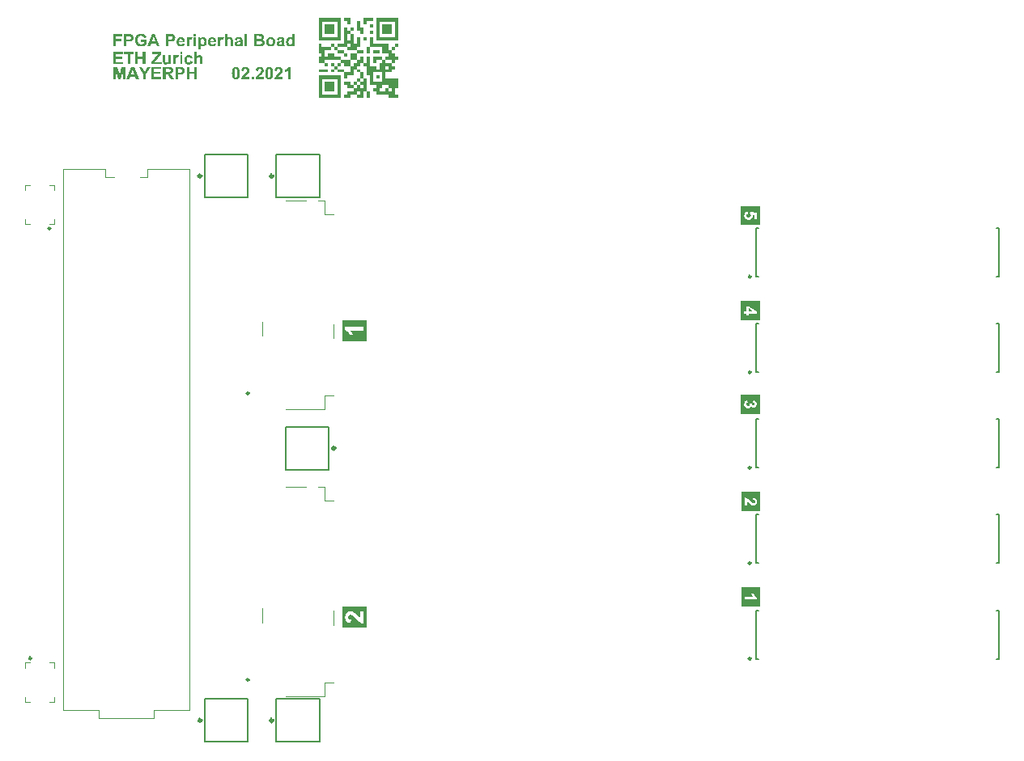
<source format=gto>
G04*
G04 #@! TF.GenerationSoftware,Altium Limited,Altium NEXUS,4.1.1 (18)*
G04*
G04 Layer_Color=65535*
%FSLAX44Y44*%
%MOMM*%
G71*
G04*
G04 #@! TF.SameCoordinates,4F3881F6-B343-40B9-83C6-DCB6D38B7AD4*
G04*
G04*
G04 #@! TF.FilePolarity,Positive*
G04*
G01*
G75*
%ADD15C,0.1250*%
%ADD30C,0.2500*%
%ADD31C,0.2000*%
%ADD32C,0.3000*%
G36*
X422374Y889892D02*
Y889474D01*
Y889056D01*
Y888638D01*
Y888221D01*
Y887803D01*
Y887385D01*
Y886967D01*
X415687D01*
Y886549D01*
Y886131D01*
Y885713D01*
Y885295D01*
Y884877D01*
Y884459D01*
Y884041D01*
Y883623D01*
X412344D01*
Y884041D01*
Y884459D01*
Y884877D01*
Y885295D01*
Y885713D01*
Y886131D01*
Y886549D01*
Y886967D01*
Y887385D01*
Y887803D01*
Y888221D01*
Y888638D01*
Y889056D01*
Y889474D01*
Y889892D01*
Y890310D01*
X422374D01*
Y889892D01*
D02*
G37*
G36*
X398971D02*
Y889474D01*
Y889056D01*
Y888638D01*
Y888221D01*
Y887803D01*
Y887385D01*
Y886967D01*
Y886549D01*
Y886131D01*
Y885713D01*
Y885295D01*
Y884877D01*
Y884459D01*
Y884041D01*
Y883623D01*
X395627D01*
Y884041D01*
Y884459D01*
Y884877D01*
Y885295D01*
Y885713D01*
Y886131D01*
Y886549D01*
Y886967D01*
X392284D01*
Y887385D01*
Y887803D01*
Y888221D01*
Y888638D01*
Y889056D01*
Y889474D01*
Y889892D01*
Y890310D01*
X398971D01*
Y889892D01*
D02*
G37*
G36*
X422374Y883205D02*
Y882788D01*
Y882370D01*
Y881952D01*
Y881534D01*
Y881116D01*
Y880698D01*
Y880280D01*
X419030D01*
Y880698D01*
Y881116D01*
Y881534D01*
Y881952D01*
Y882370D01*
Y882788D01*
Y883205D01*
Y883623D01*
X422374D01*
Y883205D01*
D02*
G37*
G36*
X402314Y879862D02*
Y879444D01*
Y879026D01*
Y878608D01*
Y878191D01*
Y877773D01*
Y877355D01*
Y876937D01*
X398971D01*
Y877355D01*
Y877773D01*
Y878191D01*
Y878608D01*
Y879026D01*
Y879444D01*
Y879862D01*
Y880280D01*
X402314D01*
Y879862D01*
D02*
G37*
G36*
X422374Y876519D02*
Y876101D01*
Y875683D01*
Y875265D01*
Y874847D01*
Y874429D01*
Y874011D01*
Y873594D01*
X419030D01*
Y874011D01*
Y874429D01*
Y874847D01*
Y875265D01*
Y875683D01*
Y876101D01*
Y876519D01*
Y876937D01*
X422374D01*
Y876519D01*
D02*
G37*
G36*
X409001Y886549D02*
Y886131D01*
Y885713D01*
Y885295D01*
Y884877D01*
Y884459D01*
Y884041D01*
Y883623D01*
Y883205D01*
Y882788D01*
Y882370D01*
Y881952D01*
Y881534D01*
Y881116D01*
Y880698D01*
Y880280D01*
X412344D01*
Y879862D01*
Y879444D01*
Y879026D01*
Y878608D01*
Y878191D01*
Y877773D01*
Y877355D01*
Y876937D01*
Y876519D01*
Y876101D01*
Y875683D01*
Y875265D01*
Y874847D01*
Y874429D01*
Y874011D01*
Y873594D01*
X409001D01*
Y874011D01*
Y874429D01*
Y874847D01*
Y875265D01*
Y875683D01*
Y876101D01*
Y876519D01*
Y876937D01*
X405657D01*
Y877355D01*
Y877773D01*
Y878191D01*
Y878608D01*
Y879026D01*
Y879444D01*
Y879862D01*
Y880280D01*
Y880698D01*
Y881116D01*
Y881534D01*
Y881952D01*
Y882370D01*
Y882788D01*
Y883205D01*
Y883623D01*
Y884041D01*
Y884459D01*
Y884877D01*
Y885295D01*
Y885713D01*
Y886131D01*
Y886549D01*
Y886967D01*
X409001D01*
Y886549D01*
D02*
G37*
G36*
X237175Y871433D02*
X234726D01*
Y873699D01*
X237175D01*
Y871433D01*
D02*
G37*
G36*
X180390Y873915D02*
X180590Y873899D01*
X180806Y873882D01*
X181073Y873849D01*
X181356Y873799D01*
X181939Y873682D01*
X182256Y873599D01*
X182556Y873499D01*
X182872Y873382D01*
X183156Y873249D01*
X183439Y873099D01*
X183706Y872916D01*
X183722Y872899D01*
X183772Y872866D01*
X183839Y872816D01*
X183922Y872732D01*
X184039Y872633D01*
X184155Y872516D01*
X184289Y872366D01*
X184439Y872199D01*
X184572Y872016D01*
X184722Y871799D01*
X184872Y871583D01*
X185022Y871333D01*
X185138Y871066D01*
X185272Y870783D01*
X185372Y870483D01*
X185455Y870166D01*
X182889Y869683D01*
Y869700D01*
X182872Y869733D01*
X182856Y869767D01*
X182839Y869833D01*
X182756Y870000D01*
X182656Y870217D01*
X182506Y870450D01*
X182339Y870700D01*
X182122Y870950D01*
X181856Y871166D01*
X181823Y871183D01*
X181723Y871250D01*
X181573Y871333D01*
X181356Y871450D01*
X181073Y871550D01*
X180756Y871633D01*
X180390Y871700D01*
X179990Y871716D01*
X179823D01*
X179706Y871700D01*
X179573Y871683D01*
X179407Y871666D01*
X179223Y871633D01*
X179023Y871583D01*
X178590Y871450D01*
X178374Y871366D01*
X178157Y871266D01*
X177924Y871133D01*
X177707Y870983D01*
X177507Y870816D01*
X177307Y870633D01*
X177290Y870616D01*
X177257Y870583D01*
X177207Y870516D01*
X177157Y870433D01*
X177074Y870316D01*
X176991Y870183D01*
X176907Y870016D01*
X176807Y869833D01*
X176707Y869617D01*
X176624Y869383D01*
X176541Y869117D01*
X176457Y868833D01*
X176407Y868517D01*
X176357Y868184D01*
X176324Y867817D01*
X176307Y867434D01*
Y867401D01*
Y867334D01*
Y867217D01*
X176324Y867067D01*
X176341Y866867D01*
X176357Y866651D01*
X176391Y866417D01*
X176441Y866151D01*
X176557Y865601D01*
X176641Y865301D01*
X176724Y865018D01*
X176841Y864751D01*
X176974Y864485D01*
X177124Y864235D01*
X177307Y864001D01*
X177324Y863985D01*
X177357Y863951D01*
X177407Y863901D01*
X177490Y863818D01*
X177590Y863735D01*
X177724Y863652D01*
X177857Y863535D01*
X178024Y863435D01*
X178207Y863335D01*
X178407Y863235D01*
X178623Y863135D01*
X178857Y863052D01*
X179123Y862968D01*
X179390Y862918D01*
X179673Y862885D01*
X179973Y862868D01*
X180106D01*
X180273Y862885D01*
X180473Y862902D01*
X180723Y862952D01*
X180989Y863002D01*
X181289Y863085D01*
X181589Y863185D01*
X181606D01*
X181623Y863202D01*
X181723Y863235D01*
X181873Y863302D01*
X182073Y863402D01*
X182289Y863518D01*
X182539Y863635D01*
X182772Y863785D01*
X183006Y863951D01*
Y865584D01*
X180040D01*
Y867750D01*
X185622D01*
Y862635D01*
X185605Y862618D01*
X185588Y862602D01*
X185538Y862552D01*
X185472Y862502D01*
X185388Y862435D01*
X185288Y862352D01*
X185155Y862269D01*
X185022Y862169D01*
X184855Y862069D01*
X184689Y861952D01*
X184489Y861835D01*
X184272Y861719D01*
X184055Y861602D01*
X183805Y861485D01*
X183539Y861369D01*
X183256Y861252D01*
X183239D01*
X183189Y861219D01*
X183106Y861202D01*
X182989Y861152D01*
X182856Y861119D01*
X182689Y861069D01*
X182506Y861002D01*
X182289Y860952D01*
X182073Y860902D01*
X181823Y860836D01*
X181289Y860752D01*
X180723Y860686D01*
X180140Y860652D01*
X179940D01*
X179806Y860669D01*
X179623Y860686D01*
X179423Y860702D01*
X179190Y860719D01*
X178940Y860752D01*
X178673Y860802D01*
X178390Y860852D01*
X177807Y861002D01*
X177507Y861102D01*
X177207Y861219D01*
X176907Y861335D01*
X176624Y861485D01*
X176607Y861502D01*
X176557Y861519D01*
X176491Y861569D01*
X176374Y861635D01*
X176257Y861735D01*
X176107Y861835D01*
X175958Y861969D01*
X175791Y862102D01*
X175607Y862269D01*
X175424Y862452D01*
X175241Y862652D01*
X175058Y862868D01*
X174874Y863102D01*
X174708Y863352D01*
X174541Y863618D01*
X174391Y863901D01*
Y863918D01*
X174358Y863968D01*
X174324Y864068D01*
X174275Y864185D01*
X174225Y864318D01*
X174158Y864501D01*
X174091Y864701D01*
X174025Y864918D01*
X173941Y865168D01*
X173875Y865434D01*
X173808Y865718D01*
X173758Y866018D01*
X173675Y866651D01*
X173658Y866984D01*
X173641Y867334D01*
Y867351D01*
Y867417D01*
Y867534D01*
X173658Y867667D01*
X173675Y867850D01*
X173691Y868050D01*
X173708Y868284D01*
X173741Y868534D01*
X173791Y868800D01*
X173841Y869083D01*
X173991Y869683D01*
X174091Y869983D01*
X174208Y870283D01*
X174324Y870583D01*
X174475Y870883D01*
X174491Y870900D01*
X174508Y870950D01*
X174558Y871033D01*
X174625Y871150D01*
X174724Y871266D01*
X174824Y871416D01*
X174941Y871583D01*
X175091Y871766D01*
X175258Y871966D01*
X175441Y872149D01*
X175641Y872349D01*
X175858Y872549D01*
X176091Y872749D01*
X176357Y872933D01*
X176624Y873116D01*
X176924Y873282D01*
X176940D01*
X176974Y873316D01*
X177057Y873349D01*
X177141Y873382D01*
X177274Y873432D01*
X177407Y873482D01*
X177574Y873549D01*
X177774Y873616D01*
X177990Y873666D01*
X178207Y873732D01*
X178473Y873782D01*
X178740Y873832D01*
X179023Y873866D01*
X179340Y873899D01*
X179990Y873932D01*
X180223D01*
X180390Y873915D01*
D02*
G37*
G36*
X340665Y860886D02*
X338382D01*
Y862219D01*
X338349Y862202D01*
X338283Y862102D01*
X338166Y861969D01*
X337999Y861802D01*
X337799Y861602D01*
X337566Y861402D01*
X337316Y861219D01*
X337033Y861052D01*
X337000Y861036D01*
X336900Y860986D01*
X336750Y860936D01*
X336550Y860869D01*
X336316Y860786D01*
X336050Y860736D01*
X335766Y860686D01*
X335467Y860669D01*
X335400D01*
X335317Y860686D01*
X335200D01*
X335067Y860702D01*
X334900Y860736D01*
X334717Y860769D01*
X334534Y860836D01*
X334317Y860902D01*
X334100Y860986D01*
X333867Y861086D01*
X333634Y861219D01*
X333400Y861352D01*
X333184Y861535D01*
X332951Y861719D01*
X332734Y861952D01*
X332717Y861969D01*
X332684Y862019D01*
X332634Y862085D01*
X332551Y862185D01*
X332467Y862318D01*
X332384Y862485D01*
X332267Y862669D01*
X332168Y862885D01*
X332067Y863118D01*
X331968Y863402D01*
X331867Y863685D01*
X331784Y864018D01*
X331701Y864351D01*
X331651Y864735D01*
X331618Y865135D01*
X331601Y865551D01*
Y865584D01*
Y865651D01*
Y865784D01*
X331618Y865934D01*
X331634Y866134D01*
X331668Y866367D01*
X331701Y866617D01*
X331734Y866884D01*
X331867Y867467D01*
X331951Y867767D01*
X332067Y868067D01*
X332184Y868367D01*
X332334Y868650D01*
X332501Y868900D01*
X332701Y869150D01*
X332717Y869167D01*
X332751Y869200D01*
X332817Y869267D01*
X332901Y869350D01*
X333017Y869433D01*
X333150Y869533D01*
X333301Y869650D01*
X333467Y869767D01*
X333667Y869883D01*
X333884Y870000D01*
X334117Y870100D01*
X334367Y870183D01*
X334633Y870266D01*
X334900Y870333D01*
X335200Y870367D01*
X335517Y870383D01*
X335667D01*
X335783Y870367D01*
X335916Y870350D01*
X336067Y870316D01*
X336250Y870266D01*
X336433Y870217D01*
X336633Y870150D01*
X336850Y870067D01*
X337083Y869967D01*
X337316Y869833D01*
X337533Y869683D01*
X337766Y869517D01*
X337999Y869317D01*
X338216Y869083D01*
Y873699D01*
X340665D01*
Y860886D01*
D02*
G37*
G36*
X265168Y870367D02*
X265368Y870333D01*
X265618Y870266D01*
X265901Y870183D01*
X266184Y870067D01*
X266484Y869917D01*
X265718Y867767D01*
X265685Y867784D01*
X265618Y867834D01*
X265501Y867900D01*
X265351Y867984D01*
X265168Y868050D01*
X264968Y868117D01*
X264768Y868167D01*
X264568Y868184D01*
X264485D01*
X264385Y868167D01*
X264251Y868150D01*
X264118Y868117D01*
X263968Y868050D01*
X263818Y867984D01*
X263668Y867884D01*
X263652Y867867D01*
X263618Y867834D01*
X263552Y867750D01*
X263468Y867651D01*
X263385Y867501D01*
X263285Y867334D01*
X263202Y867117D01*
X263118Y866851D01*
Y866817D01*
X263102Y866767D01*
X263085Y866701D01*
X263069Y866601D01*
X263052Y866501D01*
X263035Y866351D01*
X263018Y866184D01*
X263002Y866001D01*
X262985Y865768D01*
X262969Y865518D01*
X262952Y865235D01*
X262935Y864918D01*
Y864568D01*
X262918Y864185D01*
Y863752D01*
Y860886D01*
X260469D01*
Y870166D01*
X262752D01*
Y868850D01*
X262785Y868867D01*
X262802Y868917D01*
X262852Y868984D01*
X262969Y869150D01*
X263102Y869333D01*
X263268Y869550D01*
X263435Y869750D01*
X263618Y869933D01*
X263802Y870067D01*
X263818Y870083D01*
X263885Y870117D01*
X263985Y870166D01*
X264102Y870233D01*
X264268Y870283D01*
X264435Y870333D01*
X264635Y870367D01*
X264851Y870383D01*
X265001D01*
X265168Y870367D01*
D02*
G37*
G36*
X232360D02*
X232560Y870333D01*
X232810Y870266D01*
X233093Y870183D01*
X233376Y870067D01*
X233676Y869917D01*
X232910Y867767D01*
X232876Y867784D01*
X232810Y867834D01*
X232693Y867900D01*
X232543Y867984D01*
X232360Y868050D01*
X232160Y868117D01*
X231960Y868167D01*
X231760Y868184D01*
X231677D01*
X231576Y868167D01*
X231443Y868150D01*
X231310Y868117D01*
X231160Y868050D01*
X231010Y867984D01*
X230860Y867884D01*
X230843Y867867D01*
X230810Y867834D01*
X230743Y867750D01*
X230660Y867651D01*
X230577Y867501D01*
X230477Y867334D01*
X230394Y867117D01*
X230310Y866851D01*
Y866817D01*
X230294Y866767D01*
X230277Y866701D01*
X230260Y866601D01*
X230244Y866501D01*
X230227Y866351D01*
X230210Y866184D01*
X230194Y866001D01*
X230177Y865768D01*
X230160Y865518D01*
X230144Y865235D01*
X230127Y864918D01*
Y864568D01*
X230110Y864185D01*
Y863752D01*
Y860886D01*
X227661D01*
Y870166D01*
X229944D01*
Y868850D01*
X229977Y868867D01*
X229994Y868917D01*
X230044Y868984D01*
X230160Y869150D01*
X230294Y869333D01*
X230460Y869550D01*
X230627Y869750D01*
X230810Y869933D01*
X230993Y870067D01*
X231010Y870083D01*
X231077Y870117D01*
X231177Y870166D01*
X231293Y870233D01*
X231460Y870283D01*
X231626Y870333D01*
X231826Y870367D01*
X232043Y870383D01*
X232193D01*
X232360Y870367D01*
D02*
G37*
G36*
X245056D02*
X245206Y870350D01*
X245356Y870316D01*
X245540Y870283D01*
X245740Y870217D01*
X245956Y870150D01*
X246173Y870067D01*
X246406Y869967D01*
X246639Y869850D01*
X246873Y869700D01*
X247089Y869517D01*
X247323Y869333D01*
X247539Y869100D01*
X247556Y869083D01*
X247589Y869050D01*
X247639Y868967D01*
X247722Y868867D01*
X247806Y868734D01*
X247906Y868584D01*
X248006Y868400D01*
X248106Y868184D01*
X248206Y867950D01*
X248322Y867684D01*
X248406Y867384D01*
X248489Y867084D01*
X248572Y866734D01*
X248622Y866367D01*
X248655Y865984D01*
X248672Y865568D01*
Y865534D01*
Y865468D01*
Y865351D01*
X248655Y865184D01*
X248639Y864985D01*
X248605Y864768D01*
X248572Y864518D01*
X248522Y864235D01*
X248472Y863951D01*
X248389Y863668D01*
X248306Y863352D01*
X248189Y863052D01*
X248056Y862768D01*
X247906Y862468D01*
X247722Y862202D01*
X247523Y861952D01*
X247506Y861935D01*
X247472Y861902D01*
X247406Y861835D01*
X247323Y861752D01*
X247206Y861652D01*
X247073Y861552D01*
X246923Y861435D01*
X246756Y861319D01*
X246556Y861186D01*
X246356Y861069D01*
X246123Y860969D01*
X245890Y860869D01*
X245623Y860786D01*
X245356Y860719D01*
X245073Y860686D01*
X244773Y860669D01*
X244640D01*
X244490Y860686D01*
X244307Y860702D01*
X244090Y860736D01*
X243857Y860802D01*
X243624Y860869D01*
X243374Y860969D01*
X243340Y860986D01*
X243274Y861036D01*
X243140Y861102D01*
X242974Y861219D01*
X242790Y861352D01*
X242574Y861535D01*
X242324Y861752D01*
X242074Y862019D01*
Y857337D01*
X239625D01*
Y870166D01*
X241907D01*
Y868800D01*
X241924Y868833D01*
X241991Y868917D01*
X242090Y869050D01*
X242224Y869200D01*
X242390Y869383D01*
X242590Y869567D01*
X242840Y869767D01*
X243107Y869933D01*
X243124D01*
X243140Y869950D01*
X243240Y870000D01*
X243390Y870083D01*
X243607Y870166D01*
X243857Y870233D01*
X244140Y870316D01*
X244457Y870367D01*
X244790Y870383D01*
X244940D01*
X245056Y870367D01*
D02*
G37*
G36*
X449120Y889892D02*
Y889474D01*
Y889056D01*
Y888638D01*
Y888221D01*
Y887803D01*
Y887385D01*
Y886967D01*
Y886549D01*
Y886131D01*
Y885713D01*
Y885295D01*
Y884877D01*
Y884459D01*
Y884041D01*
Y883623D01*
Y883205D01*
Y882788D01*
Y882370D01*
Y881952D01*
Y881534D01*
Y881116D01*
Y880698D01*
Y880280D01*
Y879862D01*
Y879444D01*
Y879026D01*
Y878608D01*
Y878191D01*
Y877773D01*
Y877355D01*
Y876937D01*
Y876519D01*
Y876101D01*
Y875683D01*
Y875265D01*
Y874847D01*
Y874429D01*
Y874011D01*
Y873594D01*
Y873176D01*
Y872758D01*
Y872340D01*
Y871922D01*
Y871504D01*
Y871086D01*
Y870668D01*
Y870250D01*
Y869832D01*
Y869414D01*
Y868997D01*
Y868579D01*
Y868161D01*
Y867743D01*
Y867325D01*
Y866907D01*
X425717D01*
Y867325D01*
Y867743D01*
Y868161D01*
Y868579D01*
Y868997D01*
Y869414D01*
Y869832D01*
Y870250D01*
Y870668D01*
Y871086D01*
Y871504D01*
Y871922D01*
Y872340D01*
Y872758D01*
Y873176D01*
Y873594D01*
Y874011D01*
Y874429D01*
Y874847D01*
Y875265D01*
Y875683D01*
Y876101D01*
Y876519D01*
Y876937D01*
Y877355D01*
Y877773D01*
Y878191D01*
Y878608D01*
Y879026D01*
Y879444D01*
Y879862D01*
Y880280D01*
Y880698D01*
Y881116D01*
Y881534D01*
Y881952D01*
Y882370D01*
Y882788D01*
Y883205D01*
Y883623D01*
Y884041D01*
Y884459D01*
Y884877D01*
Y885295D01*
Y885713D01*
Y886131D01*
Y886549D01*
Y886967D01*
Y887385D01*
Y887803D01*
Y888221D01*
Y888638D01*
Y889056D01*
Y889474D01*
Y889892D01*
Y890310D01*
X449120D01*
Y889892D01*
D02*
G37*
G36*
X415687Y869832D02*
Y869414D01*
Y868997D01*
Y868579D01*
Y868161D01*
Y867743D01*
Y867325D01*
Y866907D01*
X412344D01*
Y867325D01*
Y867743D01*
Y868161D01*
Y868579D01*
Y868997D01*
Y869414D01*
Y869832D01*
Y870250D01*
X415687D01*
Y869832D01*
D02*
G37*
G36*
X388941Y889892D02*
Y889474D01*
Y889056D01*
Y888638D01*
Y888221D01*
Y887803D01*
Y887385D01*
Y886967D01*
Y886549D01*
Y886131D01*
Y885713D01*
Y885295D01*
Y884877D01*
Y884459D01*
Y884041D01*
Y883623D01*
Y883205D01*
Y882788D01*
Y882370D01*
Y881952D01*
Y881534D01*
Y881116D01*
Y880698D01*
Y880280D01*
Y879862D01*
Y879444D01*
Y879026D01*
Y878608D01*
Y878191D01*
Y877773D01*
Y877355D01*
Y876937D01*
Y876519D01*
Y876101D01*
Y875683D01*
Y875265D01*
Y874847D01*
Y874429D01*
Y874011D01*
Y873594D01*
Y873176D01*
Y872758D01*
Y872340D01*
Y871922D01*
Y871504D01*
Y871086D01*
Y870668D01*
Y870250D01*
Y869832D01*
Y869414D01*
Y868997D01*
Y868579D01*
Y868161D01*
Y867743D01*
Y867325D01*
Y866907D01*
X365538D01*
Y867325D01*
Y867743D01*
Y868161D01*
Y868579D01*
Y868997D01*
Y869414D01*
Y869832D01*
Y870250D01*
Y870668D01*
Y871086D01*
Y871504D01*
Y871922D01*
Y872340D01*
Y872758D01*
Y873176D01*
Y873594D01*
Y874011D01*
Y874429D01*
Y874847D01*
Y875265D01*
Y875683D01*
Y876101D01*
Y876519D01*
Y876937D01*
Y877355D01*
Y877773D01*
Y878191D01*
Y878608D01*
Y879026D01*
Y879444D01*
Y879862D01*
Y880280D01*
Y880698D01*
Y881116D01*
Y881534D01*
Y881952D01*
Y882370D01*
Y882788D01*
Y883205D01*
Y883623D01*
Y884041D01*
Y884459D01*
Y884877D01*
Y885295D01*
Y885713D01*
Y886131D01*
Y886549D01*
Y886967D01*
Y887385D01*
Y887803D01*
Y888221D01*
Y888638D01*
Y889056D01*
Y889474D01*
Y889892D01*
Y890310D01*
X388941D01*
Y889892D01*
D02*
G37*
G36*
X326219Y870367D02*
X326386D01*
X326552Y870350D01*
X326752Y870333D01*
X327135Y870283D01*
X327552Y870217D01*
X327935Y870117D01*
X328102Y870050D01*
X328269Y869983D01*
X328285D01*
X328302Y869967D01*
X328402Y869917D01*
X328535Y869833D01*
X328718Y869717D01*
X328902Y869583D01*
X329085Y869400D01*
X329252Y869217D01*
X329402Y869000D01*
X329418Y868967D01*
X329451Y868884D01*
X329485Y868817D01*
X329501Y868734D01*
X329535Y868617D01*
X329568Y868500D01*
X329601Y868367D01*
X329635Y868200D01*
X329651Y868017D01*
X329685Y867817D01*
X329701Y867600D01*
X329718Y867351D01*
X329735Y867084D01*
Y866801D01*
X329701Y863935D01*
Y863918D01*
Y863885D01*
Y863818D01*
Y863735D01*
Y863635D01*
Y863518D01*
X329718Y863252D01*
X329735Y862952D01*
X329751Y862652D01*
X329785Y862368D01*
X329818Y862119D01*
Y862085D01*
X329835Y862019D01*
X329868Y861902D01*
X329918Y861752D01*
X329985Y861569D01*
X330051Y861352D01*
X330151Y861119D01*
X330268Y860886D01*
X327835D01*
Y860902D01*
X327819Y860936D01*
X327802Y860986D01*
X327769Y861069D01*
X327735Y861169D01*
X327685Y861285D01*
X327635Y861435D01*
X327585Y861602D01*
Y861619D01*
Y861635D01*
X327552Y861719D01*
X327535Y861819D01*
X327502Y861885D01*
X327469Y861852D01*
X327385Y861785D01*
X327269Y861669D01*
X327102Y861535D01*
X326902Y861385D01*
X326669Y861236D01*
X326419Y861102D01*
X326152Y860969D01*
X326119Y860952D01*
X326036Y860919D01*
X325886Y860869D01*
X325702Y860819D01*
X325469Y860769D01*
X325219Y860719D01*
X324936Y860686D01*
X324636Y860669D01*
X324503D01*
X324403Y860686D01*
X324286D01*
X324136Y860702D01*
X323820Y860769D01*
X323453Y860852D01*
X323070Y860986D01*
X322703Y861186D01*
X322537Y861302D01*
X322370Y861435D01*
X322353Y861452D01*
X322337Y861469D01*
X322303Y861519D01*
X322237Y861569D01*
X322120Y861752D01*
X321970Y861969D01*
X321820Y862252D01*
X321687Y862602D01*
X321587Y862985D01*
X321570Y863185D01*
X321553Y863402D01*
Y863418D01*
Y863435D01*
Y863535D01*
X321570Y863685D01*
X321604Y863868D01*
X321637Y864085D01*
X321703Y864318D01*
X321803Y864568D01*
X321920Y864801D01*
X321937Y864835D01*
X321987Y864901D01*
X322070Y865018D01*
X322203Y865151D01*
X322353Y865301D01*
X322520Y865451D01*
X322737Y865601D01*
X322970Y865734D01*
X323003Y865751D01*
X323103Y865784D01*
X323253Y865851D01*
X323470Y865934D01*
X323753Y866018D01*
X324086Y866118D01*
X324469Y866217D01*
X324919Y866301D01*
X324936D01*
X325003Y866318D01*
X325086Y866334D01*
X325203Y866351D01*
X325336Y866384D01*
X325503Y866417D01*
X325869Y866501D01*
X326269Y866601D01*
X326669Y866701D01*
X326852Y866751D01*
X327019Y866817D01*
X327185Y866867D01*
X327319Y866917D01*
Y867151D01*
Y867167D01*
Y867184D01*
Y867267D01*
X327302Y867401D01*
X327269Y867551D01*
X327235Y867734D01*
X327169Y867900D01*
X327069Y868050D01*
X326952Y868184D01*
X326936Y868200D01*
X326885Y868234D01*
X326786Y868284D01*
X326652Y868350D01*
X326486Y868400D01*
X326252Y868450D01*
X325969Y868484D01*
X325636Y868500D01*
X325519D01*
X325402Y868484D01*
X325253Y868467D01*
X325086Y868434D01*
X324919Y868384D01*
X324753Y868317D01*
X324603Y868234D01*
X324586Y868217D01*
X324536Y868184D01*
X324469Y868117D01*
X324386Y868017D01*
X324303Y867900D01*
X324203Y867734D01*
X324103Y867551D01*
X324020Y867317D01*
X321803Y867717D01*
Y867734D01*
X321820Y867784D01*
X321837Y867850D01*
X321870Y867934D01*
X321920Y868050D01*
X321970Y868184D01*
X322103Y868467D01*
X322270Y868800D01*
X322503Y869134D01*
X322770Y869450D01*
X323087Y869717D01*
X323103D01*
X323136Y869750D01*
X323186Y869783D01*
X323253Y869817D01*
X323353Y869867D01*
X323470Y869933D01*
X323620Y869983D01*
X323770Y870050D01*
X323953Y870117D01*
X324153Y870166D01*
X324386Y870233D01*
X324619Y870283D01*
X324886Y870316D01*
X325186Y870350D01*
X325486Y870383D01*
X326086D01*
X326219Y870367D01*
D02*
G37*
G36*
X304341Y873682D02*
X304708Y873666D01*
X305091Y873649D01*
X305441Y873616D01*
X305608Y873582D01*
X305758Y873566D01*
X305791D01*
X305891Y873532D01*
X306024Y873499D01*
X306207Y873449D01*
X306407Y873382D01*
X306641Y873282D01*
X306874Y873166D01*
X307090Y873033D01*
X307124Y873016D01*
X307190Y872966D01*
X307290Y872866D01*
X307440Y872749D01*
X307590Y872599D01*
X307757Y872416D01*
X307924Y872199D01*
X308074Y871966D01*
X308090Y871933D01*
X308140Y871849D01*
X308207Y871716D01*
X308274Y871533D01*
X308340Y871300D01*
X308407Y871050D01*
X308457Y870766D01*
X308473Y870467D01*
Y870450D01*
Y870433D01*
Y870383D01*
Y870316D01*
X308457Y870150D01*
X308407Y869917D01*
X308357Y869667D01*
X308274Y869383D01*
X308157Y869100D01*
X307990Y868817D01*
X307974Y868784D01*
X307907Y868700D01*
X307790Y868567D01*
X307640Y868400D01*
X307457Y868217D01*
X307224Y868017D01*
X306974Y867850D01*
X306674Y867684D01*
X306691D01*
X306724Y867667D01*
X306791Y867651D01*
X306874Y867617D01*
X306957Y867584D01*
X307074Y867534D01*
X307341Y867401D01*
X307624Y867251D01*
X307924Y867051D01*
X308207Y866801D01*
X308473Y866517D01*
Y866501D01*
X308507Y866484D01*
X308540Y866434D01*
X308573Y866367D01*
X308673Y866201D01*
X308790Y865968D01*
X308907Y865684D01*
X309007Y865351D01*
X309073Y864985D01*
X309107Y864585D01*
Y864568D01*
Y864551D01*
Y864501D01*
Y864435D01*
X309090Y864268D01*
X309057Y864051D01*
X309007Y863785D01*
X308923Y863502D01*
X308823Y863202D01*
X308690Y862885D01*
Y862868D01*
X308673Y862852D01*
X308624Y862752D01*
X308524Y862602D01*
X308407Y862419D01*
X308240Y862202D01*
X308057Y861985D01*
X307824Y861769D01*
X307574Y861569D01*
X307540Y861552D01*
X307457Y861485D01*
X307290Y861402D01*
X307090Y861319D01*
X306841Y861202D01*
X306541Y861119D01*
X306207Y861036D01*
X305841Y860969D01*
X305774D01*
X305708Y860952D01*
X305508D01*
X305374Y860936D01*
X305208D01*
X305024Y860919D01*
X304541D01*
X304258Y860902D01*
X303575D01*
X303175Y860886D01*
X298376D01*
Y873699D01*
X304008D01*
X304341Y873682D01*
D02*
G37*
G36*
X290861Y860886D02*
X288412D01*
Y873699D01*
X290861D01*
Y860886D01*
D02*
G37*
G36*
X282480Y870367D02*
X282647D01*
X282813Y870350D01*
X283013Y870333D01*
X283397Y870283D01*
X283813Y870217D01*
X284196Y870117D01*
X284363Y870050D01*
X284530Y869983D01*
X284546D01*
X284563Y869967D01*
X284663Y869917D01*
X284796Y869833D01*
X284979Y869717D01*
X285163Y869583D01*
X285346Y869400D01*
X285513Y869217D01*
X285663Y869000D01*
X285679Y868967D01*
X285713Y868884D01*
X285746Y868817D01*
X285763Y868734D01*
X285796Y868617D01*
X285829Y868500D01*
X285863Y868367D01*
X285896Y868200D01*
X285913Y868017D01*
X285946Y867817D01*
X285963Y867600D01*
X285979Y867351D01*
X285996Y867084D01*
Y866801D01*
X285963Y863935D01*
Y863918D01*
Y863885D01*
Y863818D01*
Y863735D01*
Y863635D01*
Y863518D01*
X285979Y863252D01*
X285996Y862952D01*
X286013Y862652D01*
X286046Y862368D01*
X286079Y862119D01*
Y862085D01*
X286096Y862019D01*
X286129Y861902D01*
X286179Y861752D01*
X286246Y861569D01*
X286313Y861352D01*
X286413Y861119D01*
X286529Y860886D01*
X284096D01*
Y860902D01*
X284080Y860936D01*
X284063Y860986D01*
X284030Y861069D01*
X283997Y861169D01*
X283946Y861285D01*
X283897Y861435D01*
X283846Y861602D01*
Y861619D01*
Y861635D01*
X283813Y861719D01*
X283797Y861819D01*
X283763Y861885D01*
X283730Y861852D01*
X283647Y861785D01*
X283530Y861669D01*
X283363Y861535D01*
X283163Y861385D01*
X282930Y861236D01*
X282680Y861102D01*
X282414Y860969D01*
X282380Y860952D01*
X282297Y860919D01*
X282147Y860869D01*
X281964Y860819D01*
X281730Y860769D01*
X281480Y860719D01*
X281197Y860686D01*
X280897Y860669D01*
X280764D01*
X280664Y860686D01*
X280547D01*
X280397Y860702D01*
X280081Y860769D01*
X279714Y860852D01*
X279331Y860986D01*
X278964Y861186D01*
X278798Y861302D01*
X278631Y861435D01*
X278615Y861452D01*
X278598Y861469D01*
X278564Y861519D01*
X278498Y861569D01*
X278381Y861752D01*
X278231Y861969D01*
X278081Y862252D01*
X277948Y862602D01*
X277848Y862985D01*
X277831Y863185D01*
X277815Y863402D01*
Y863418D01*
Y863435D01*
Y863535D01*
X277831Y863685D01*
X277865Y863868D01*
X277898Y864085D01*
X277965Y864318D01*
X278065Y864568D01*
X278181Y864801D01*
X278198Y864835D01*
X278248Y864901D01*
X278331Y865018D01*
X278465Y865151D01*
X278615Y865301D01*
X278781Y865451D01*
X278998Y865601D01*
X279231Y865734D01*
X279264Y865751D01*
X279364Y865784D01*
X279514Y865851D01*
X279731Y865934D01*
X280014Y866018D01*
X280347Y866118D01*
X280731Y866217D01*
X281180Y866301D01*
X281197D01*
X281264Y866318D01*
X281347Y866334D01*
X281464Y866351D01*
X281597Y866384D01*
X281764Y866417D01*
X282130Y866501D01*
X282530Y866601D01*
X282930Y866701D01*
X283113Y866751D01*
X283280Y866817D01*
X283447Y866867D01*
X283580Y866917D01*
Y867151D01*
Y867167D01*
Y867184D01*
Y867267D01*
X283563Y867401D01*
X283530Y867551D01*
X283497Y867734D01*
X283430Y867900D01*
X283330Y868050D01*
X283213Y868184D01*
X283197Y868200D01*
X283147Y868234D01*
X283047Y868284D01*
X282913Y868350D01*
X282747Y868400D01*
X282514Y868450D01*
X282230Y868484D01*
X281897Y868500D01*
X281780D01*
X281664Y868484D01*
X281514Y868467D01*
X281347Y868434D01*
X281180Y868384D01*
X281014Y868317D01*
X280864Y868234D01*
X280847Y868217D01*
X280797Y868184D01*
X280731Y868117D01*
X280647Y868017D01*
X280564Y867900D01*
X280464Y867734D01*
X280364Y867551D01*
X280281Y867317D01*
X278065Y867717D01*
Y867734D01*
X278081Y867784D01*
X278098Y867850D01*
X278131Y867934D01*
X278181Y868050D01*
X278231Y868184D01*
X278365Y868467D01*
X278531Y868800D01*
X278764Y869134D01*
X279031Y869450D01*
X279348Y869717D01*
X279364D01*
X279398Y869750D01*
X279448Y869783D01*
X279514Y869817D01*
X279614Y869867D01*
X279731Y869933D01*
X279881Y869983D01*
X280031Y870050D01*
X280214Y870117D01*
X280414Y870166D01*
X280647Y870233D01*
X280881Y870283D01*
X281147Y870316D01*
X281447Y870350D01*
X281747Y870383D01*
X282347D01*
X282480Y870367D01*
D02*
G37*
G36*
X269983Y868984D02*
X270000Y869000D01*
X270033Y869050D01*
X270100Y869117D01*
X270200Y869200D01*
X270317Y869317D01*
X270450Y869433D01*
X270600Y869550D01*
X270783Y869683D01*
X270983Y869817D01*
X271200Y869933D01*
X271433Y870067D01*
X271683Y870166D01*
X271950Y870250D01*
X272216Y870316D01*
X272516Y870367D01*
X272816Y870383D01*
X272966D01*
X273116Y870367D01*
X273333Y870350D01*
X273566Y870300D01*
X273816Y870250D01*
X274082Y870166D01*
X274349Y870067D01*
X274382Y870050D01*
X274466Y870017D01*
X274582Y869933D01*
X274732Y869850D01*
X274899Y869733D01*
X275065Y869583D01*
X275232Y869433D01*
X275365Y869250D01*
X275382Y869233D01*
X275415Y869167D01*
X275482Y869067D01*
X275565Y868933D01*
X275632Y868767D01*
X275715Y868584D01*
X275782Y868384D01*
X275849Y868167D01*
Y868134D01*
X275865Y868050D01*
X275898Y867917D01*
X275915Y867717D01*
X275949Y867467D01*
X275965Y867134D01*
X275982Y866767D01*
Y866318D01*
Y860886D01*
X273533D01*
Y865784D01*
Y865801D01*
Y865851D01*
Y865918D01*
Y866018D01*
Y866134D01*
Y866267D01*
X273516Y866568D01*
X273499Y866867D01*
X273466Y867184D01*
X273449Y867317D01*
X273433Y867434D01*
X273416Y867551D01*
X273382Y867634D01*
Y867651D01*
X273349Y867701D01*
X273316Y867767D01*
X273266Y867867D01*
X273199Y867967D01*
X273116Y868067D01*
X273016Y868167D01*
X272883Y868267D01*
X272866Y868284D01*
X272816Y868300D01*
X272749Y868334D01*
X272649Y868384D01*
X272516Y868434D01*
X272366Y868467D01*
X272183Y868484D01*
X271999Y868500D01*
X271900D01*
X271783Y868484D01*
X271633Y868467D01*
X271466Y868434D01*
X271283Y868367D01*
X271083Y868300D01*
X270900Y868200D01*
X270883Y868184D01*
X270816Y868150D01*
X270733Y868067D01*
X270633Y867984D01*
X270517Y867850D01*
X270400Y867701D01*
X270300Y867517D01*
X270200Y867301D01*
X270183Y867267D01*
X270167Y867184D01*
X270133Y867051D01*
X270100Y866851D01*
X270050Y866601D01*
X270017Y866301D01*
X270000Y865951D01*
X269983Y865534D01*
Y860886D01*
X267534D01*
Y873699D01*
X269983D01*
Y868984D01*
D02*
G37*
G36*
X237175Y860886D02*
X234726D01*
Y870166D01*
X237175D01*
Y860886D01*
D02*
G37*
G36*
X210832Y873682D02*
X211315D01*
X211848Y873649D01*
X212348Y873616D01*
X212581Y873599D01*
X212798Y873566D01*
X212981Y873532D01*
X213131Y873499D01*
X213148D01*
X213181Y873482D01*
X213231Y873466D01*
X213315Y873432D01*
X213398Y873399D01*
X213514Y873366D01*
X213764Y873232D01*
X214048Y873066D01*
X214364Y872849D01*
X214664Y872583D01*
X214964Y872249D01*
X214981Y872233D01*
X214998Y872199D01*
X215031Y872149D01*
X215081Y872083D01*
X215131Y871983D01*
X215197Y871866D01*
X215264Y871733D01*
X215347Y871583D01*
X215414Y871400D01*
X215481Y871216D01*
X215547Y871016D01*
X215597Y870783D01*
X215681Y870300D01*
X215714Y870033D01*
Y869750D01*
Y869733D01*
Y869700D01*
Y869633D01*
Y869550D01*
X215697Y869450D01*
Y869333D01*
X215664Y869067D01*
X215614Y868750D01*
X215531Y868417D01*
X215431Y868084D01*
X215281Y867767D01*
Y867750D01*
X215264Y867734D01*
X215197Y867634D01*
X215114Y867484D01*
X214981Y867317D01*
X214814Y867101D01*
X214631Y866901D01*
X214414Y866684D01*
X214181Y866501D01*
X214148Y866484D01*
X214064Y866434D01*
X213948Y866351D01*
X213764Y866251D01*
X213564Y866151D01*
X213348Y866051D01*
X213098Y865968D01*
X212848Y865901D01*
X212798D01*
X212748Y865884D01*
X212681Y865868D01*
X212581Y865851D01*
X212465D01*
X212332Y865834D01*
X212165Y865818D01*
X211998Y865801D01*
X211798Y865784D01*
X211582Y865768D01*
X211332Y865751D01*
X211082Y865734D01*
X210798D01*
X210499Y865718D01*
X208499D01*
Y860886D01*
X205917D01*
Y873699D01*
X210615D01*
X210832Y873682D01*
D02*
G37*
G36*
X199568Y860886D02*
X196752D01*
X195619Y863801D01*
X190504D01*
X189437Y860886D01*
X186705D01*
X191687Y873699D01*
X194453D01*
X199568Y860886D01*
D02*
G37*
G36*
X167093Y873682D02*
X167576D01*
X168109Y873649D01*
X168609Y873616D01*
X168843Y873599D01*
X169059Y873566D01*
X169242Y873532D01*
X169393Y873499D01*
X169409D01*
X169443Y873482D01*
X169492Y873466D01*
X169576Y873432D01*
X169659Y873399D01*
X169776Y873366D01*
X170026Y873232D01*
X170309Y873066D01*
X170625Y872849D01*
X170925Y872583D01*
X171225Y872249D01*
X171242Y872233D01*
X171259Y872199D01*
X171292Y872149D01*
X171342Y872083D01*
X171392Y871983D01*
X171459Y871866D01*
X171525Y871733D01*
X171609Y871583D01*
X171675Y871400D01*
X171742Y871216D01*
X171808Y871016D01*
X171859Y870783D01*
X171942Y870300D01*
X171975Y870033D01*
Y869750D01*
Y869733D01*
Y869700D01*
Y869633D01*
Y869550D01*
X171959Y869450D01*
Y869333D01*
X171925Y869067D01*
X171875Y868750D01*
X171792Y868417D01*
X171692Y868084D01*
X171542Y867767D01*
Y867750D01*
X171525Y867734D01*
X171459Y867634D01*
X171375Y867484D01*
X171242Y867317D01*
X171075Y867101D01*
X170892Y866901D01*
X170676Y866684D01*
X170442Y866501D01*
X170409Y866484D01*
X170326Y866434D01*
X170209Y866351D01*
X170026Y866251D01*
X169826Y866151D01*
X169609Y866051D01*
X169359Y865968D01*
X169109Y865901D01*
X169059D01*
X169009Y865884D01*
X168943Y865868D01*
X168843Y865851D01*
X168726D01*
X168593Y865834D01*
X168426Y865818D01*
X168259Y865801D01*
X168060Y865784D01*
X167843Y865768D01*
X167593Y865751D01*
X167343Y865734D01*
X167060D01*
X166760Y865718D01*
X164760D01*
Y860886D01*
X162178D01*
Y873699D01*
X166877D01*
X167093Y873682D01*
D02*
G37*
G36*
X160028Y871533D02*
X153830D01*
Y868500D01*
X159178D01*
Y866334D01*
X153830D01*
Y860886D01*
X151247D01*
Y873699D01*
X160028D01*
Y871533D01*
D02*
G37*
G36*
X315672Y870367D02*
X315822D01*
X316005Y870333D01*
X316205Y870316D01*
X316438Y870266D01*
X316705Y870217D01*
X316971Y870133D01*
X317255Y870050D01*
X317538Y869933D01*
X317821Y869800D01*
X318121Y869650D01*
X318404Y869450D01*
X318671Y869250D01*
X318937Y869000D01*
X318954Y868984D01*
X319004Y868933D01*
X319071Y868867D01*
X319154Y868750D01*
X319254Y868617D01*
X319371Y868450D01*
X319487Y868267D01*
X319621Y868050D01*
X319737Y867817D01*
X319854Y867551D01*
X319971Y867267D01*
X320071Y866967D01*
X320171Y866651D01*
X320237Y866301D01*
X320271Y865934D01*
X320287Y865551D01*
Y865534D01*
Y865451D01*
X320271Y865351D01*
Y865201D01*
X320254Y865018D01*
X320220Y864801D01*
X320171Y864568D01*
X320121Y864318D01*
X320037Y864051D01*
X319954Y863768D01*
X319837Y863485D01*
X319704Y863185D01*
X319554Y862885D01*
X319371Y862602D01*
X319154Y862318D01*
X318921Y862052D01*
X318904Y862035D01*
X318854Y861985D01*
X318788Y861919D01*
X318671Y861835D01*
X318538Y861735D01*
X318388Y861619D01*
X318188Y861485D01*
X317988Y861369D01*
X317738Y861236D01*
X317488Y861102D01*
X317205Y860986D01*
X316905Y860886D01*
X316588Y860802D01*
X316238Y860736D01*
X315888Y860686D01*
X315505Y860669D01*
X315372D01*
X315288Y860686D01*
X315172D01*
X315039Y860702D01*
X314888Y860719D01*
X314722Y860736D01*
X314339Y860802D01*
X313939Y860902D01*
X313489Y861052D01*
X313056Y861236D01*
X313039D01*
X313006Y861269D01*
X312939Y861302D01*
X312872Y861352D01*
X312772Y861402D01*
X312656Y861485D01*
X312406Y861669D01*
X312123Y861902D01*
X311839Y862202D01*
X311556Y862535D01*
X311306Y862935D01*
Y862952D01*
X311273Y862985D01*
X311256Y863052D01*
X311206Y863135D01*
X311173Y863252D01*
X311123Y863368D01*
X311056Y863518D01*
X311006Y863701D01*
X310956Y863885D01*
X310890Y864085D01*
X310840Y864318D01*
X310806Y864551D01*
X310740Y865068D01*
X310706Y865651D01*
Y865668D01*
Y865701D01*
Y865768D01*
X310723Y865868D01*
Y865968D01*
X310740Y866101D01*
X310756Y866251D01*
X310790Y866401D01*
X310856Y866767D01*
X310956Y867167D01*
X311106Y867584D01*
X311306Y868017D01*
Y868034D01*
X311339Y868067D01*
X311373Y868134D01*
X311423Y868200D01*
X311473Y868300D01*
X311556Y868417D01*
X311739Y868667D01*
X311989Y868950D01*
X312273Y869233D01*
X312623Y869517D01*
X313006Y869767D01*
X313022D01*
X313056Y869800D01*
X313122Y869817D01*
X313206Y869867D01*
X313306Y869917D01*
X313439Y869967D01*
X313572Y870017D01*
X313739Y870083D01*
X314105Y870183D01*
X314522Y870283D01*
X314972Y870350D01*
X315472Y870383D01*
X315572D01*
X315672Y870367D01*
D02*
G37*
G36*
X254354D02*
X254504D01*
X254671Y870333D01*
X254871Y870316D01*
X255087Y870266D01*
X255337Y870217D01*
X255587Y870133D01*
X255854Y870050D01*
X256137Y869933D01*
X256404Y869800D01*
X256670Y869650D01*
X256937Y869450D01*
X257187Y869250D01*
X257420Y869000D01*
X257437Y868984D01*
X257470Y868933D01*
X257537Y868850D01*
X257603Y868750D01*
X257703Y868600D01*
X257803Y868417D01*
X257903Y868217D01*
X258020Y867967D01*
X258120Y867684D01*
X258236Y867384D01*
X258320Y867034D01*
X258420Y866667D01*
X258486Y866251D01*
X258536Y865801D01*
X258570Y865334D01*
Y864818D01*
X252421D01*
Y864801D01*
Y864768D01*
Y864718D01*
X252438Y864635D01*
X252454Y864435D01*
X252505Y864185D01*
X252571Y863918D01*
X252671Y863635D01*
X252821Y863352D01*
X253004Y863102D01*
X253038Y863068D01*
X253104Y863002D01*
X253221Y862918D01*
X253388Y862802D01*
X253604Y862685D01*
X253838Y862602D01*
X254121Y862535D01*
X254421Y862502D01*
X254521D01*
X254621Y862518D01*
X254754Y862535D01*
X254904Y862569D01*
X255054Y862635D01*
X255221Y862702D01*
X255371Y862802D01*
X255387Y862818D01*
X255437Y862868D01*
X255504Y862935D01*
X255604Y863052D01*
X255704Y863202D01*
X255804Y863368D01*
X255904Y863585D01*
X255987Y863835D01*
X258436Y863418D01*
Y863402D01*
X258420Y863352D01*
X258386Y863285D01*
X258353Y863202D01*
X258286Y863085D01*
X258236Y862952D01*
X258070Y862652D01*
X257853Y862318D01*
X257603Y861985D01*
X257287Y861652D01*
X256937Y861369D01*
X256920D01*
X256887Y861336D01*
X256837Y861302D01*
X256753Y861252D01*
X256653Y861202D01*
X256537Y861152D01*
X256404Y861086D01*
X256237Y861019D01*
X256054Y860952D01*
X255870Y860886D01*
X255437Y860786D01*
X254937Y860702D01*
X254387Y860669D01*
X254287D01*
X254154Y860686D01*
X253988Y860702D01*
X253787Y860719D01*
X253571Y860752D01*
X253304Y860802D01*
X253038Y860869D01*
X252754Y860952D01*
X252454Y861052D01*
X252155Y861186D01*
X251871Y861336D01*
X251571Y861519D01*
X251305Y861735D01*
X251055Y861969D01*
X250822Y862252D01*
X250805Y862269D01*
X250788Y862318D01*
X250738Y862385D01*
X250672Y862485D01*
X250605Y862602D01*
X250538Y862752D01*
X250455Y862935D01*
X250372Y863135D01*
X250272Y863352D01*
X250189Y863585D01*
X250122Y863851D01*
X250055Y864135D01*
X249988Y864435D01*
X249939Y864751D01*
X249922Y865101D01*
X249905Y865451D01*
Y865484D01*
Y865551D01*
X249922Y865668D01*
Y865834D01*
X249939Y866018D01*
X249972Y866251D01*
X250005Y866501D01*
X250055Y866767D01*
X250122Y867051D01*
X250205Y867351D01*
X250288Y867651D01*
X250405Y867950D01*
X250555Y868250D01*
X250705Y868534D01*
X250888Y868817D01*
X251105Y869067D01*
X251122Y869083D01*
X251155Y869117D01*
X251222Y869184D01*
X251322Y869267D01*
X251438Y869367D01*
X251588Y869483D01*
X251755Y869600D01*
X251938Y869733D01*
X252155Y869850D01*
X252371Y869967D01*
X252621Y870083D01*
X252904Y870183D01*
X253188Y870266D01*
X253488Y870333D01*
X253821Y870367D01*
X254154Y870383D01*
X254254D01*
X254354Y870367D01*
D02*
G37*
G36*
X221546D02*
X221696D01*
X221862Y870333D01*
X222062Y870316D01*
X222279Y870266D01*
X222529Y870217D01*
X222779Y870133D01*
X223045Y870050D01*
X223329Y869933D01*
X223595Y869800D01*
X223862Y869650D01*
X224128Y869450D01*
X224378Y869250D01*
X224612Y869000D01*
X224628Y868984D01*
X224662Y868933D01*
X224728Y868850D01*
X224795Y868750D01*
X224895Y868600D01*
X224995Y868417D01*
X225095Y868217D01*
X225212Y867967D01*
X225312Y867684D01*
X225428Y867384D01*
X225511Y867034D01*
X225611Y866667D01*
X225678Y866251D01*
X225728Y865801D01*
X225761Y865334D01*
Y864818D01*
X219613D01*
Y864801D01*
Y864768D01*
Y864718D01*
X219630Y864635D01*
X219646Y864435D01*
X219696Y864185D01*
X219763Y863918D01*
X219863Y863635D01*
X220013Y863352D01*
X220196Y863102D01*
X220229Y863068D01*
X220296Y863002D01*
X220413Y862918D01*
X220579Y862802D01*
X220796Y862685D01*
X221029Y862602D01*
X221313Y862535D01*
X221612Y862502D01*
X221712D01*
X221812Y862518D01*
X221946Y862535D01*
X222096Y862569D01*
X222246Y862635D01*
X222412Y862702D01*
X222562Y862802D01*
X222579Y862818D01*
X222629Y862868D01*
X222696Y862935D01*
X222796Y863052D01*
X222895Y863202D01*
X222995Y863368D01*
X223095Y863585D01*
X223179Y863835D01*
X225628Y863418D01*
Y863402D01*
X225611Y863352D01*
X225578Y863285D01*
X225545Y863202D01*
X225478Y863085D01*
X225428Y862952D01*
X225261Y862652D01*
X225045Y862318D01*
X224795Y861985D01*
X224478Y861652D01*
X224128Y861369D01*
X224112D01*
X224079Y861336D01*
X224028Y861302D01*
X223945Y861252D01*
X223845Y861202D01*
X223729Y861152D01*
X223595Y861086D01*
X223429Y861019D01*
X223245Y860952D01*
X223062Y860886D01*
X222629Y860786D01*
X222129Y860702D01*
X221579Y860669D01*
X221479D01*
X221346Y860686D01*
X221179Y860702D01*
X220979Y860719D01*
X220763Y860752D01*
X220496Y860802D01*
X220229Y860869D01*
X219946Y860952D01*
X219646Y861052D01*
X219346Y861186D01*
X219063Y861336D01*
X218763Y861519D01*
X218497Y861735D01*
X218247Y861969D01*
X218013Y862252D01*
X217997Y862269D01*
X217980Y862318D01*
X217930Y862385D01*
X217863Y862485D01*
X217797Y862602D01*
X217730Y862752D01*
X217647Y862935D01*
X217563Y863135D01*
X217463Y863352D01*
X217380Y863585D01*
X217313Y863851D01*
X217247Y864135D01*
X217180Y864435D01*
X217130Y864751D01*
X217114Y865101D01*
X217097Y865451D01*
Y865484D01*
Y865551D01*
X217114Y865668D01*
Y865834D01*
X217130Y866018D01*
X217164Y866251D01*
X217197Y866501D01*
X217247Y866767D01*
X217313Y867051D01*
X217397Y867351D01*
X217480Y867651D01*
X217597Y867950D01*
X217747Y868250D01*
X217897Y868534D01*
X218080Y868817D01*
X218297Y869067D01*
X218313Y869083D01*
X218347Y869117D01*
X218413Y869184D01*
X218513Y869267D01*
X218630Y869367D01*
X218780Y869483D01*
X218946Y869600D01*
X219130Y869733D01*
X219346Y869850D01*
X219563Y869967D01*
X219813Y870083D01*
X220096Y870183D01*
X220379Y870266D01*
X220679Y870333D01*
X221013Y870367D01*
X221346Y870383D01*
X221446D01*
X221546Y870367D01*
D02*
G37*
G36*
X449120Y863146D02*
Y862728D01*
Y862310D01*
Y861892D01*
Y861474D01*
Y861056D01*
Y860638D01*
Y860220D01*
X445777D01*
Y860638D01*
Y861056D01*
Y861474D01*
Y861892D01*
Y862310D01*
Y862728D01*
Y863146D01*
Y863564D01*
X449120D01*
Y863146D01*
D02*
G37*
G36*
X445777Y859802D02*
Y859385D01*
Y858967D01*
Y858549D01*
Y858131D01*
Y857713D01*
Y857295D01*
Y856877D01*
X442434D01*
Y857295D01*
Y857713D01*
Y858131D01*
Y858549D01*
Y858967D01*
Y859385D01*
Y859802D01*
Y860220D01*
X445777D01*
Y859802D01*
D02*
G37*
G36*
X429060Y856459D02*
Y856041D01*
Y855623D01*
Y855205D01*
Y854787D01*
Y854370D01*
Y853952D01*
Y853534D01*
X422374D01*
Y853952D01*
Y854370D01*
Y854787D01*
Y855205D01*
Y855623D01*
Y856041D01*
Y856459D01*
Y856877D01*
X429060D01*
Y856459D01*
D02*
G37*
G36*
X419030Y859802D02*
Y859385D01*
Y858967D01*
Y858549D01*
Y858131D01*
Y857713D01*
Y857295D01*
Y856877D01*
Y856459D01*
Y856041D01*
Y855623D01*
Y855205D01*
Y854787D01*
Y854370D01*
Y853952D01*
Y853534D01*
X415687D01*
Y853952D01*
Y854370D01*
Y854787D01*
Y855205D01*
Y855623D01*
Y856041D01*
Y856459D01*
Y856877D01*
Y857295D01*
Y857713D01*
Y858131D01*
Y858549D01*
Y858967D01*
Y859385D01*
Y859802D01*
Y860220D01*
X419030D01*
Y859802D01*
D02*
G37*
G36*
X395627Y879862D02*
Y879444D01*
Y879026D01*
Y878608D01*
Y878191D01*
Y877773D01*
Y877355D01*
Y876937D01*
X398971D01*
Y876519D01*
Y876101D01*
Y875683D01*
Y875265D01*
Y874847D01*
Y874429D01*
Y874011D01*
Y873594D01*
X402314D01*
Y873176D01*
Y872758D01*
Y872340D01*
Y871922D01*
Y871504D01*
Y871086D01*
Y870668D01*
Y870250D01*
Y869832D01*
Y869414D01*
Y868997D01*
Y868579D01*
Y868161D01*
Y867743D01*
Y867325D01*
Y866907D01*
Y866489D01*
Y866071D01*
Y865653D01*
Y865235D01*
Y864817D01*
Y864399D01*
Y863981D01*
Y863564D01*
X405657D01*
Y863981D01*
Y864399D01*
Y864817D01*
Y865235D01*
Y865653D01*
Y866071D01*
Y866489D01*
Y866907D01*
Y867325D01*
Y867743D01*
Y868161D01*
Y868579D01*
Y868997D01*
Y869414D01*
Y869832D01*
Y870250D01*
X409001D01*
Y869832D01*
Y869414D01*
Y868997D01*
Y868579D01*
Y868161D01*
Y867743D01*
Y867325D01*
Y866907D01*
Y866489D01*
Y866071D01*
Y865653D01*
Y865235D01*
Y864817D01*
Y864399D01*
Y863981D01*
Y863564D01*
Y863146D01*
Y862728D01*
Y862310D01*
Y861892D01*
Y861474D01*
Y861056D01*
Y860638D01*
Y860220D01*
X405657D01*
Y859802D01*
Y859385D01*
Y858967D01*
Y858549D01*
Y858131D01*
Y857713D01*
Y857295D01*
Y856877D01*
X412344D01*
Y856459D01*
Y856041D01*
Y855623D01*
Y855205D01*
Y854787D01*
Y854370D01*
Y853952D01*
Y853534D01*
X405657D01*
Y853952D01*
Y854370D01*
Y854787D01*
Y855205D01*
Y855623D01*
Y856041D01*
Y856459D01*
Y856877D01*
X395627D01*
Y857295D01*
Y857713D01*
Y858131D01*
Y858549D01*
Y858967D01*
Y859385D01*
Y859802D01*
Y860220D01*
X385597D01*
Y860638D01*
Y861056D01*
Y861474D01*
Y861892D01*
Y862310D01*
Y862728D01*
Y863146D01*
Y863564D01*
X392284D01*
Y863981D01*
Y864399D01*
Y864817D01*
Y865235D01*
Y865653D01*
Y866071D01*
Y866489D01*
Y866907D01*
Y867325D01*
Y867743D01*
Y868161D01*
Y868579D01*
Y868997D01*
Y869414D01*
Y869832D01*
Y870250D01*
Y870668D01*
Y871086D01*
Y871504D01*
Y871922D01*
Y872340D01*
Y872758D01*
Y873176D01*
Y873594D01*
Y874011D01*
Y874429D01*
Y874847D01*
Y875265D01*
Y875683D01*
Y876101D01*
Y876519D01*
Y876937D01*
Y877355D01*
Y877773D01*
Y878191D01*
Y878608D01*
Y879026D01*
Y879444D01*
Y879862D01*
Y880280D01*
X395627D01*
Y879862D01*
D02*
G37*
G36*
X223245Y852508D02*
X220796D01*
Y854774D01*
X223245D01*
Y852508D01*
D02*
G37*
G36*
X382254Y863146D02*
Y862728D01*
Y862310D01*
Y861892D01*
Y861474D01*
Y861056D01*
Y860638D01*
Y860220D01*
X385597D01*
Y859802D01*
Y859385D01*
Y858967D01*
Y858549D01*
Y858131D01*
Y857713D01*
Y857295D01*
Y856877D01*
X392284D01*
Y856459D01*
Y856041D01*
Y855623D01*
Y855205D01*
Y854787D01*
Y854370D01*
Y853952D01*
Y853534D01*
X395627D01*
Y853116D01*
Y852698D01*
Y852280D01*
Y851862D01*
Y851444D01*
Y851026D01*
Y850608D01*
Y850190D01*
X392284D01*
Y850608D01*
Y851026D01*
Y851444D01*
Y851862D01*
Y852280D01*
Y852698D01*
Y853116D01*
Y853534D01*
X385597D01*
Y853952D01*
Y854370D01*
Y854787D01*
Y855205D01*
Y855623D01*
Y856041D01*
Y856459D01*
Y856877D01*
X382254D01*
Y857295D01*
Y857713D01*
Y858131D01*
Y858549D01*
Y858967D01*
Y859385D01*
Y859802D01*
Y860220D01*
X378911D01*
Y860638D01*
Y861056D01*
Y861474D01*
Y861892D01*
Y862310D01*
Y862728D01*
Y863146D01*
Y863564D01*
X382254D01*
Y863146D01*
D02*
G37*
G36*
X218430Y851441D02*
X218630Y851408D01*
X218880Y851341D01*
X219163Y851258D01*
X219446Y851141D01*
X219746Y850991D01*
X218980Y848842D01*
X218946Y848859D01*
X218880Y848909D01*
X218763Y848975D01*
X218613Y849059D01*
X218430Y849125D01*
X218230Y849192D01*
X218030Y849242D01*
X217830Y849259D01*
X217747D01*
X217647Y849242D01*
X217514Y849225D01*
X217380Y849192D01*
X217230Y849125D01*
X217080Y849059D01*
X216930Y848959D01*
X216914Y848942D01*
X216880Y848909D01*
X216814Y848825D01*
X216730Y848725D01*
X216647Y848575D01*
X216547Y848409D01*
X216464Y848192D01*
X216380Y847926D01*
Y847892D01*
X216364Y847842D01*
X216347Y847776D01*
X216331Y847676D01*
X216314Y847576D01*
X216297Y847426D01*
X216280Y847259D01*
X216264Y847076D01*
X216247Y846842D01*
X216231Y846593D01*
X216214Y846309D01*
X216197Y845993D01*
Y845643D01*
X216180Y845260D01*
Y844826D01*
Y841960D01*
X213731D01*
Y851241D01*
X216014D01*
Y849925D01*
X216047Y849942D01*
X216064Y849992D01*
X216114Y850058D01*
X216231Y850225D01*
X216364Y850408D01*
X216530Y850625D01*
X216697Y850825D01*
X216880Y851008D01*
X217064Y851141D01*
X217080Y851158D01*
X217147Y851191D01*
X217247Y851241D01*
X217363Y851308D01*
X217530Y851358D01*
X217697Y851408D01*
X217897Y851441D01*
X218113Y851458D01*
X218263D01*
X218430Y851441D01*
D02*
G37*
G36*
X184355Y841960D02*
X181773D01*
Y847559D01*
X176691D01*
Y841960D01*
X174108D01*
Y854774D01*
X176691D01*
Y849725D01*
X181773D01*
Y854774D01*
X184355D01*
Y841960D01*
D02*
G37*
G36*
X230010Y851441D02*
X230144D01*
X230310Y851425D01*
X230494Y851391D01*
X230693Y851375D01*
X231127Y851275D01*
X231576Y851141D01*
X232010Y850975D01*
X232210Y850858D01*
X232410Y850725D01*
X232426D01*
X232460Y850692D01*
X232510Y850641D01*
X232576Y850592D01*
X232660Y850508D01*
X232743Y850408D01*
X232860Y850308D01*
X232959Y850175D01*
X233076Y850025D01*
X233209Y849858D01*
X233326Y849675D01*
X233443Y849475D01*
X233559Y849259D01*
X233676Y849025D01*
X233776Y848775D01*
X233859Y848509D01*
X231443Y848075D01*
Y848092D01*
Y848109D01*
X231410Y848192D01*
X231377Y848326D01*
X231327Y848475D01*
X231243Y848659D01*
X231143Y848842D01*
X231027Y849009D01*
X230877Y849159D01*
X230860Y849175D01*
X230793Y849209D01*
X230710Y849275D01*
X230577Y849342D01*
X230410Y849408D01*
X230227Y849475D01*
X230010Y849509D01*
X229760Y849525D01*
X229677D01*
X229610Y849509D01*
X229444Y849492D01*
X229227Y849442D01*
X228994Y849375D01*
X228744Y849259D01*
X228494Y849092D01*
X228277Y848875D01*
X228261Y848842D01*
X228194Y848759D01*
X228161Y848692D01*
X228111Y848592D01*
X228061Y848492D01*
X228011Y848375D01*
X227961Y848242D01*
X227911Y848075D01*
X227861Y847909D01*
X227827Y847709D01*
X227794Y847509D01*
X227761Y847276D01*
X227744Y847026D01*
Y846759D01*
Y846742D01*
Y846693D01*
Y846609D01*
X227761Y846493D01*
Y846359D01*
X227778Y846209D01*
X227811Y845843D01*
X227878Y845460D01*
X227978Y845076D01*
X228111Y844726D01*
X228194Y844560D01*
X228294Y844426D01*
X228327Y844393D01*
X228394Y844326D01*
X228511Y844210D01*
X228694Y844093D01*
X228894Y843960D01*
X229160Y843843D01*
X229444Y843777D01*
X229777Y843743D01*
X229894D01*
X230027Y843760D01*
X230177Y843793D01*
X230360Y843843D01*
X230560Y843910D01*
X230743Y843993D01*
X230927Y844127D01*
X230943Y844143D01*
X230993Y844210D01*
X231077Y844310D01*
X231177Y844443D01*
X231277Y844643D01*
X231377Y844876D01*
X231477Y845176D01*
X231560Y845509D01*
X233976Y845093D01*
Y845076D01*
X233959Y845026D01*
X233926Y844926D01*
X233893Y844826D01*
X233859Y844676D01*
X233793Y844526D01*
X233726Y844343D01*
X233659Y844160D01*
X233459Y843743D01*
X233209Y843327D01*
X232893Y842927D01*
X232726Y842744D01*
X232526Y842577D01*
X232510Y842560D01*
X232476Y842544D01*
X232410Y842494D01*
X232326Y842444D01*
X232226Y842377D01*
X232093Y842310D01*
X231943Y842244D01*
X231777Y842160D01*
X231576Y842077D01*
X231360Y842010D01*
X231127Y841944D01*
X230877Y841877D01*
X230610Y841827D01*
X230310Y841777D01*
X230010Y841760D01*
X229677Y841744D01*
X229594D01*
X229477Y841760D01*
X229344D01*
X229177Y841777D01*
X228977Y841811D01*
X228744Y841844D01*
X228511Y841910D01*
X228261Y841977D01*
X227994Y842060D01*
X227728Y842160D01*
X227444Y842294D01*
X227178Y842427D01*
X226911Y842610D01*
X226661Y842794D01*
X226428Y843027D01*
X226411Y843044D01*
X226378Y843093D01*
X226311Y843160D01*
X226245Y843260D01*
X226145Y843393D01*
X226045Y843560D01*
X225945Y843743D01*
X225828Y843960D01*
X225711Y844193D01*
X225611Y844460D01*
X225511Y844743D01*
X225411Y845060D01*
X225345Y845409D01*
X225278Y845776D01*
X225245Y846159D01*
X225228Y846576D01*
Y846609D01*
Y846676D01*
X225245Y846793D01*
Y846959D01*
X225261Y847159D01*
X225295Y847376D01*
X225328Y847626D01*
X225378Y847892D01*
X225445Y848176D01*
X225528Y848475D01*
X225611Y848775D01*
X225728Y849075D01*
X225878Y849375D01*
X226028Y849658D01*
X226211Y849925D01*
X226428Y850175D01*
X226444Y850192D01*
X226478Y850225D01*
X226561Y850292D01*
X226644Y850375D01*
X226778Y850475D01*
X226928Y850575D01*
X227094Y850692D01*
X227294Y850825D01*
X227528Y850941D01*
X227761Y851058D01*
X228044Y851158D01*
X228327Y851258D01*
X228644Y851341D01*
X228994Y851408D01*
X229344Y851441D01*
X229727Y851458D01*
X229894D01*
X230010Y851441D01*
D02*
G37*
G36*
X211282Y841960D02*
X208999D01*
Y843343D01*
X208982Y843310D01*
X208899Y843227D01*
X208799Y843077D01*
X208632Y842910D01*
X208449Y842727D01*
X208216Y842527D01*
X207966Y842344D01*
X207666Y842160D01*
X207649D01*
X207633Y842144D01*
X207583Y842127D01*
X207533Y842094D01*
X207366Y842027D01*
X207150Y841960D01*
X206883Y841877D01*
X206583Y841810D01*
X206266Y841760D01*
X205933Y841744D01*
X205783D01*
X205600Y841760D01*
X205367Y841794D01*
X205117Y841844D01*
X204833Y841910D01*
X204534Y842010D01*
X204250Y842144D01*
X204217Y842160D01*
X204134Y842227D01*
X204000Y842310D01*
X203850Y842444D01*
X203667Y842610D01*
X203484Y842810D01*
X203334Y843027D01*
X203184Y843293D01*
Y843310D01*
X203167Y843327D01*
X203151Y843377D01*
X203134Y843427D01*
X203084Y843593D01*
X203034Y843827D01*
X202967Y844127D01*
X202917Y844476D01*
X202884Y844893D01*
X202867Y845359D01*
Y851241D01*
X205317D01*
Y846976D01*
Y846959D01*
Y846892D01*
Y846793D01*
Y846659D01*
Y846509D01*
Y846326D01*
X205333Y845943D01*
X205350Y845526D01*
X205367Y845126D01*
X205383Y844943D01*
X205400Y844793D01*
X205433Y844660D01*
X205450Y844560D01*
Y844543D01*
X205483Y844493D01*
X205517Y844410D01*
X205567Y844310D01*
X205633Y844210D01*
X205716Y844093D01*
X205816Y843977D01*
X205933Y843877D01*
X205950Y843860D01*
X206000Y843843D01*
X206083Y843793D01*
X206183Y843760D01*
X206316Y843710D01*
X206466Y843660D01*
X206650Y843643D01*
X206833Y843627D01*
X206933D01*
X207066Y843643D01*
X207216Y843677D01*
X207383Y843710D01*
X207583Y843760D01*
X207766Y843843D01*
X207966Y843960D01*
X207983Y843977D01*
X208049Y844026D01*
X208133Y844093D01*
X208232Y844193D01*
X208349Y844326D01*
X208466Y844460D01*
X208566Y844626D01*
X208649Y844810D01*
X208666Y844843D01*
Y844876D01*
X208682Y844926D01*
X208699Y844993D01*
X208716Y845076D01*
X208732Y845193D01*
X208749Y845326D01*
X208766Y845476D01*
X208782Y845659D01*
Y845859D01*
X208799Y846093D01*
X208816Y846359D01*
X208832Y846643D01*
Y846976D01*
Y847326D01*
Y851241D01*
X211282D01*
Y841960D01*
D02*
G37*
G36*
X422374Y869832D02*
Y869414D01*
Y868997D01*
Y868579D01*
Y868161D01*
Y867743D01*
Y867325D01*
Y866907D01*
Y866489D01*
Y866071D01*
Y865653D01*
Y865235D01*
Y864817D01*
Y864399D01*
Y863981D01*
Y863564D01*
X439090D01*
Y863146D01*
Y862728D01*
Y862310D01*
Y861892D01*
Y861474D01*
Y861056D01*
Y860638D01*
Y860220D01*
Y859802D01*
Y859385D01*
Y858967D01*
Y858549D01*
Y858131D01*
Y857713D01*
Y857295D01*
Y856877D01*
X442434D01*
Y856459D01*
Y856041D01*
Y855623D01*
Y855205D01*
Y854787D01*
Y854370D01*
Y853952D01*
Y853534D01*
X445777D01*
Y853116D01*
Y852698D01*
Y852280D01*
Y851862D01*
Y851444D01*
Y851026D01*
Y850608D01*
Y850190D01*
X449120D01*
Y849772D01*
Y849355D01*
Y848937D01*
Y848519D01*
Y848101D01*
Y847683D01*
Y847265D01*
Y846847D01*
X445777D01*
Y846429D01*
Y846011D01*
Y845593D01*
Y845175D01*
Y844758D01*
Y844340D01*
Y843922D01*
Y843504D01*
X442434D01*
Y843922D01*
Y844340D01*
Y844758D01*
Y845175D01*
Y845593D01*
Y846011D01*
Y846429D01*
Y846847D01*
X435747D01*
Y847265D01*
Y847683D01*
Y848101D01*
Y848519D01*
Y848937D01*
Y849355D01*
Y849772D01*
Y850190D01*
X439090D01*
Y850608D01*
Y851026D01*
Y851444D01*
Y851862D01*
Y852280D01*
Y852698D01*
Y853116D01*
Y853534D01*
X432404D01*
Y853952D01*
Y854370D01*
Y854787D01*
Y855205D01*
Y855623D01*
Y856041D01*
Y856459D01*
Y856877D01*
Y857295D01*
Y857713D01*
Y858131D01*
Y858549D01*
Y858967D01*
Y859385D01*
Y859802D01*
Y860220D01*
X419030D01*
Y860638D01*
Y861056D01*
Y861474D01*
Y861892D01*
Y862310D01*
Y862728D01*
Y863146D01*
Y863564D01*
Y863981D01*
Y864399D01*
Y864817D01*
Y865235D01*
Y865653D01*
Y866071D01*
Y866489D01*
Y866907D01*
Y867325D01*
Y867743D01*
Y868161D01*
Y868579D01*
Y868997D01*
Y869414D01*
Y869832D01*
Y870250D01*
X422374D01*
Y869832D01*
D02*
G37*
G36*
X238158Y850058D02*
X238175Y850075D01*
X238208Y850125D01*
X238275Y850192D01*
X238375Y850275D01*
X238491Y850392D01*
X238625Y850508D01*
X238775Y850625D01*
X238958Y850758D01*
X239158Y850891D01*
X239375Y851008D01*
X239608Y851141D01*
X239858Y851241D01*
X240124Y851325D01*
X240391Y851391D01*
X240691Y851441D01*
X240991Y851458D01*
X241141D01*
X241291Y851441D01*
X241507Y851425D01*
X241741Y851375D01*
X241991Y851325D01*
X242257Y851241D01*
X242524Y851141D01*
X242557Y851125D01*
X242640Y851091D01*
X242757Y851008D01*
X242907Y850925D01*
X243074Y850808D01*
X243240Y850658D01*
X243407Y850508D01*
X243540Y850325D01*
X243557Y850308D01*
X243590Y850242D01*
X243657Y850142D01*
X243740Y850008D01*
X243807Y849842D01*
X243890Y849658D01*
X243957Y849458D01*
X244023Y849242D01*
Y849209D01*
X244040Y849125D01*
X244073Y848992D01*
X244090Y848792D01*
X244123Y848542D01*
X244140Y848209D01*
X244157Y847842D01*
Y847392D01*
Y841960D01*
X241707D01*
Y846859D01*
Y846876D01*
Y846926D01*
Y846992D01*
Y847092D01*
Y847209D01*
Y847342D01*
X241691Y847642D01*
X241674Y847942D01*
X241641Y848259D01*
X241624Y848392D01*
X241607Y848509D01*
X241591Y848625D01*
X241557Y848709D01*
Y848725D01*
X241524Y848775D01*
X241491Y848842D01*
X241441Y848942D01*
X241374Y849042D01*
X241291Y849142D01*
X241191Y849242D01*
X241057Y849342D01*
X241041Y849359D01*
X240991Y849375D01*
X240924Y849408D01*
X240824Y849458D01*
X240691Y849509D01*
X240541Y849542D01*
X240358Y849558D01*
X240174Y849575D01*
X240074D01*
X239958Y849558D01*
X239808Y849542D01*
X239641Y849509D01*
X239458Y849442D01*
X239258Y849375D01*
X239075Y849275D01*
X239058Y849259D01*
X238991Y849225D01*
X238908Y849142D01*
X238808Y849059D01*
X238691Y848925D01*
X238575Y848775D01*
X238475Y848592D01*
X238375Y848375D01*
X238358Y848342D01*
X238342Y848259D01*
X238308Y848126D01*
X238275Y847926D01*
X238225Y847676D01*
X238192Y847376D01*
X238175Y847026D01*
X238158Y846609D01*
Y841960D01*
X235709D01*
Y854774D01*
X238158D01*
Y850058D01*
D02*
G37*
G36*
X223245Y841960D02*
X220796D01*
Y851241D01*
X223245D01*
Y841960D01*
D02*
G37*
G36*
X201018Y852758D02*
X193986Y844127D01*
X201284D01*
Y841960D01*
X190870D01*
Y844293D01*
X197619Y852608D01*
X191653D01*
Y854774D01*
X201018D01*
Y852758D01*
D02*
G37*
G36*
X172425Y852608D02*
X168643D01*
Y841960D01*
X166060D01*
Y852608D01*
X162261D01*
Y854774D01*
X172425D01*
Y852608D01*
D02*
G37*
G36*
X160728D02*
X153830D01*
Y849775D01*
X160245D01*
Y847609D01*
X153830D01*
Y844127D01*
X160978D01*
Y841960D01*
X151247D01*
Y854774D01*
X160728D01*
Y852608D01*
D02*
G37*
G36*
X388941Y843086D02*
Y842668D01*
Y842250D01*
Y841832D01*
Y841414D01*
Y840996D01*
Y840578D01*
Y840161D01*
X385597D01*
Y840578D01*
Y840996D01*
Y841414D01*
Y841832D01*
Y842250D01*
Y842668D01*
Y843086D01*
Y843504D01*
X388941D01*
Y843086D01*
D02*
G37*
G36*
X238058Y826301D02*
X235476D01*
Y831900D01*
X230394D01*
Y826301D01*
X227811D01*
Y839115D01*
X230394D01*
Y834066D01*
X235476D01*
Y839115D01*
X238058D01*
Y826301D01*
D02*
G37*
G36*
X185022Y831666D02*
Y826301D01*
X182439D01*
Y831683D01*
X177757Y839115D01*
X180790D01*
X183789Y834032D01*
X186721Y839115D01*
X189704D01*
X185022Y831666D01*
D02*
G37*
G36*
X382254Y836399D02*
Y835981D01*
Y835564D01*
Y835146D01*
Y834728D01*
Y834310D01*
Y833892D01*
Y833474D01*
X378911D01*
Y833892D01*
Y834310D01*
Y834728D01*
Y835146D01*
Y835564D01*
Y835981D01*
Y836399D01*
Y836817D01*
X382254D01*
Y836399D01*
D02*
G37*
G36*
X375568D02*
Y835981D01*
Y835564D01*
Y835146D01*
Y834728D01*
Y834310D01*
Y833892D01*
Y833474D01*
X365538D01*
Y833892D01*
Y834310D01*
Y834728D01*
Y835146D01*
Y835564D01*
Y835981D01*
Y836399D01*
Y836817D01*
X375568D01*
Y836399D01*
D02*
G37*
G36*
X163561Y826301D02*
X161161D01*
X161145Y836382D01*
X158612Y826301D01*
X156112D01*
X153596Y836382D01*
Y826301D01*
X151197D01*
Y839115D01*
X155063D01*
X157379Y830367D01*
X159678Y839115D01*
X163561D01*
Y826301D01*
D02*
G37*
G36*
X335916Y826301D02*
X333467D01*
Y835549D01*
X333451Y835532D01*
X333400Y835499D01*
X333334Y835432D01*
X333234Y835349D01*
X333101Y835249D01*
X332951Y835116D01*
X332767Y834999D01*
X332567Y834849D01*
X332351Y834699D01*
X332101Y834549D01*
X331834Y834399D01*
X331568Y834249D01*
X330951Y833949D01*
X330301Y833699D01*
Y835932D01*
X330318D01*
X330351Y835949D01*
X330401Y835965D01*
X330468Y835999D01*
X330551Y836032D01*
X330668Y836082D01*
X330918Y836199D01*
X331218Y836348D01*
X331568Y836565D01*
X331951Y836815D01*
X332367Y837115D01*
X332384Y837132D01*
X332417Y837148D01*
X332467Y837198D01*
X332551Y837265D01*
X332651Y837348D01*
X332751Y837465D01*
X332984Y837698D01*
X333251Y838015D01*
X333501Y838365D01*
X333734Y838748D01*
X333834Y838964D01*
X333917Y839181D01*
X335916D01*
Y826301D01*
D02*
G37*
G36*
X324236Y839165D02*
X324386Y839148D01*
X324586Y839131D01*
X324786Y839098D01*
X325003Y839048D01*
X325486Y838931D01*
X325736Y838848D01*
X325986Y838748D01*
X326219Y838631D01*
X326469Y838481D01*
X326685Y838331D01*
X326902Y838148D01*
X326919Y838131D01*
X326952Y838098D01*
X327002Y838048D01*
X327069Y837965D01*
X327152Y837865D01*
X327252Y837748D01*
X327335Y837615D01*
X327452Y837448D01*
X327552Y837265D01*
X327635Y837082D01*
X327819Y836648D01*
X327885Y836398D01*
X327935Y836149D01*
X327968Y835882D01*
X327985Y835599D01*
Y835582D01*
Y835565D01*
Y835515D01*
Y835449D01*
X327968Y835282D01*
X327952Y835066D01*
X327902Y834816D01*
X327852Y834532D01*
X327769Y834249D01*
X327669Y833949D01*
Y833932D01*
X327652Y833916D01*
X327602Y833816D01*
X327535Y833649D01*
X327435Y833449D01*
X327285Y833199D01*
X327119Y832933D01*
X326919Y832633D01*
X326685Y832316D01*
X326669Y832283D01*
X326602Y832216D01*
X326486Y832083D01*
X326319Y831900D01*
X326086Y831666D01*
X325819Y831383D01*
X325469Y831050D01*
X325286Y830867D01*
X325069Y830667D01*
X325053Y830650D01*
X325019Y830617D01*
X324969Y830567D01*
X324886Y830500D01*
X324686Y830317D01*
X324453Y830083D01*
X324203Y829850D01*
X323970Y829617D01*
X323753Y829417D01*
X323670Y829317D01*
X323603Y829250D01*
X323586Y829234D01*
X323553Y829184D01*
X323486Y829117D01*
X323420Y829034D01*
X323253Y828817D01*
X323103Y828584D01*
X327985D01*
Y826301D01*
X319387D01*
Y826318D01*
Y826351D01*
X319404Y826434D01*
X319421Y826518D01*
X319437Y826634D01*
X319471Y826768D01*
X319504Y826918D01*
X319537Y827084D01*
X319654Y827467D01*
X319804Y827884D01*
X319987Y828317D01*
X320220Y828751D01*
X320237Y828767D01*
X320254Y828801D01*
X320304Y828867D01*
X320370Y828967D01*
X320454Y829084D01*
X320554Y829217D01*
X320670Y829384D01*
X320820Y829567D01*
X321004Y829783D01*
X321204Y830017D01*
X321420Y830267D01*
X321670Y830550D01*
X321953Y830833D01*
X322270Y831150D01*
X322603Y831483D01*
X322970Y831833D01*
X322986Y831850D01*
X323036Y831900D01*
X323120Y831983D01*
X323236Y832083D01*
X323370Y832216D01*
X323520Y832349D01*
X323853Y832683D01*
X324203Y833033D01*
X324536Y833366D01*
X324686Y833533D01*
X324803Y833682D01*
X324919Y833816D01*
X325003Y833932D01*
Y833949D01*
X325019Y833966D01*
X325086Y834066D01*
X325169Y834216D01*
X325269Y834399D01*
X325353Y834632D01*
X325436Y834882D01*
X325503Y835149D01*
X325519Y835432D01*
Y835449D01*
Y835465D01*
Y835565D01*
X325503Y835715D01*
X325469Y835899D01*
X325402Y836099D01*
X325336Y836315D01*
X325219Y836515D01*
X325069Y836698D01*
X325053Y836715D01*
X324986Y836765D01*
X324886Y836848D01*
X324753Y836932D01*
X324586Y836998D01*
X324370Y837082D01*
X324136Y837132D01*
X323853Y837148D01*
X323720D01*
X323586Y837132D01*
X323420Y837098D01*
X323220Y837032D01*
X323020Y836948D01*
X322820Y836832D01*
X322637Y836682D01*
X322620Y836665D01*
X322570Y836599D01*
X322487Y836482D01*
X322403Y836315D01*
X322320Y836099D01*
X322237Y835832D01*
X322170Y835515D01*
X322120Y835149D01*
X319671Y835382D01*
Y835399D01*
X319687Y835465D01*
X319704Y835582D01*
X319721Y835715D01*
X319754Y835882D01*
X319804Y836065D01*
X319854Y836282D01*
X319921Y836515D01*
X320104Y836982D01*
X320204Y837232D01*
X320337Y837465D01*
X320487Y837698D01*
X320654Y837915D01*
X320837Y838115D01*
X321037Y838298D01*
X321054Y838315D01*
X321087Y838331D01*
X321154Y838381D01*
X321237Y838431D01*
X321354Y838498D01*
X321487Y838581D01*
X321654Y838665D01*
X321837Y838748D01*
X322020Y838815D01*
X322253Y838898D01*
X322487Y838981D01*
X322737Y839048D01*
X323003Y839098D01*
X323303Y839148D01*
X323603Y839165D01*
X323920Y839181D01*
X324103D01*
X324236Y839165D01*
D02*
G37*
G36*
X304341D02*
X304491Y839148D01*
X304691Y839131D01*
X304891Y839098D01*
X305108Y839048D01*
X305591Y838931D01*
X305841Y838848D01*
X306091Y838748D01*
X306324Y838631D01*
X306574Y838481D01*
X306791Y838331D01*
X307007Y838148D01*
X307024Y838131D01*
X307057Y838098D01*
X307107Y838048D01*
X307174Y837965D01*
X307257Y837865D01*
X307357Y837748D01*
X307440Y837615D01*
X307557Y837448D01*
X307657Y837265D01*
X307740Y837082D01*
X307924Y836648D01*
X307990Y836398D01*
X308040Y836149D01*
X308074Y835882D01*
X308090Y835599D01*
Y835582D01*
Y835565D01*
Y835515D01*
Y835449D01*
X308074Y835282D01*
X308057Y835066D01*
X308007Y834816D01*
X307957Y834532D01*
X307874Y834249D01*
X307774Y833949D01*
Y833932D01*
X307757Y833916D01*
X307707Y833816D01*
X307640Y833649D01*
X307540Y833449D01*
X307390Y833199D01*
X307224Y832933D01*
X307024Y832633D01*
X306791Y832316D01*
X306774Y832283D01*
X306707Y832216D01*
X306591Y832083D01*
X306424Y831900D01*
X306191Y831666D01*
X305924Y831383D01*
X305574Y831050D01*
X305391Y830867D01*
X305174Y830667D01*
X305158Y830650D01*
X305124Y830617D01*
X305074Y830567D01*
X304991Y830500D01*
X304791Y830317D01*
X304558Y830083D01*
X304308Y829850D01*
X304075Y829617D01*
X303858Y829417D01*
X303775Y829317D01*
X303708Y829250D01*
X303691Y829234D01*
X303658Y829184D01*
X303591Y829117D01*
X303525Y829034D01*
X303358Y828817D01*
X303208Y828584D01*
X308090D01*
Y826301D01*
X299492D01*
Y826318D01*
Y826351D01*
X299509Y826434D01*
X299526Y826518D01*
X299543Y826634D01*
X299576Y826768D01*
X299609Y826918D01*
X299643Y827084D01*
X299759Y827467D01*
X299909Y827884D01*
X300092Y828317D01*
X300326Y828751D01*
X300342Y828767D01*
X300359Y828801D01*
X300409Y828867D01*
X300476Y828967D01*
X300559Y829084D01*
X300659Y829217D01*
X300776Y829384D01*
X300926Y829567D01*
X301109Y829783D01*
X301309Y830017D01*
X301525Y830267D01*
X301775Y830550D01*
X302059Y830833D01*
X302375Y831150D01*
X302708Y831483D01*
X303075Y831833D01*
X303092Y831850D01*
X303142Y831900D01*
X303225Y831983D01*
X303342Y832083D01*
X303475Y832216D01*
X303625Y832349D01*
X303958Y832683D01*
X304308Y833033D01*
X304641Y833366D01*
X304791Y833533D01*
X304908Y833682D01*
X305024Y833816D01*
X305108Y833932D01*
Y833949D01*
X305124Y833966D01*
X305191Y834066D01*
X305274Y834216D01*
X305374Y834399D01*
X305458Y834632D01*
X305541Y834882D01*
X305608Y835149D01*
X305624Y835432D01*
Y835449D01*
Y835465D01*
Y835565D01*
X305608Y835715D01*
X305574Y835899D01*
X305508Y836099D01*
X305441Y836315D01*
X305324Y836515D01*
X305174Y836698D01*
X305158Y836715D01*
X305091Y836765D01*
X304991Y836848D01*
X304858Y836932D01*
X304691Y836998D01*
X304475Y837082D01*
X304241Y837132D01*
X303958Y837148D01*
X303825D01*
X303691Y837132D01*
X303525Y837098D01*
X303325Y837032D01*
X303125Y836948D01*
X302925Y836832D01*
X302742Y836682D01*
X302725Y836665D01*
X302675Y836599D01*
X302592Y836482D01*
X302508Y836315D01*
X302425Y836099D01*
X302342Y835832D01*
X302275Y835515D01*
X302225Y835149D01*
X299776Y835382D01*
Y835399D01*
X299792Y835465D01*
X299809Y835582D01*
X299826Y835715D01*
X299859Y835882D01*
X299909Y836065D01*
X299959Y836282D01*
X300026Y836515D01*
X300209Y836982D01*
X300309Y837232D01*
X300442Y837465D01*
X300592Y837698D01*
X300759Y837915D01*
X300942Y838115D01*
X301142Y838298D01*
X301159Y838315D01*
X301192Y838331D01*
X301259Y838381D01*
X301342Y838431D01*
X301459Y838498D01*
X301592Y838581D01*
X301759Y838665D01*
X301942Y838748D01*
X302125Y838815D01*
X302358Y838898D01*
X302592Y838981D01*
X302842Y839048D01*
X303108Y839098D01*
X303408Y839148D01*
X303708Y839165D01*
X304025Y839181D01*
X304208D01*
X304341Y839165D01*
D02*
G37*
G36*
X297810Y826301D02*
X295360D01*
Y828751D01*
X297810D01*
Y826301D01*
D02*
G37*
G36*
X289428Y839165D02*
X289578Y839148D01*
X289778Y839131D01*
X289978Y839098D01*
X290195Y839048D01*
X290678Y838931D01*
X290928Y838848D01*
X291178Y838748D01*
X291411Y838631D01*
X291661Y838481D01*
X291878Y838331D01*
X292094Y838148D01*
X292111Y838131D01*
X292144Y838098D01*
X292194Y838048D01*
X292261Y837965D01*
X292344Y837865D01*
X292444Y837748D01*
X292528Y837615D01*
X292644Y837448D01*
X292744Y837265D01*
X292827Y837082D01*
X293011Y836648D01*
X293078Y836398D01*
X293127Y836149D01*
X293161Y835882D01*
X293177Y835599D01*
Y835582D01*
Y835565D01*
Y835515D01*
Y835449D01*
X293161Y835282D01*
X293144Y835066D01*
X293094Y834816D01*
X293044Y834532D01*
X292961Y834249D01*
X292861Y833949D01*
Y833932D01*
X292844Y833916D01*
X292794Y833816D01*
X292728Y833649D01*
X292628Y833449D01*
X292478Y833199D01*
X292311Y832933D01*
X292111Y832633D01*
X291878Y832316D01*
X291861Y832283D01*
X291794Y832216D01*
X291678Y832083D01*
X291511Y831900D01*
X291278Y831666D01*
X291011Y831383D01*
X290661Y831050D01*
X290478Y830867D01*
X290261Y830667D01*
X290245Y830650D01*
X290212Y830617D01*
X290161Y830567D01*
X290078Y830500D01*
X289878Y830317D01*
X289645Y830083D01*
X289395Y829850D01*
X289162Y829617D01*
X288945Y829417D01*
X288862Y829317D01*
X288795Y829250D01*
X288779Y829234D01*
X288745Y829184D01*
X288679Y829117D01*
X288612Y829034D01*
X288445Y828817D01*
X288295Y828584D01*
X293177D01*
Y826301D01*
X284580D01*
Y826318D01*
Y826351D01*
X284596Y826434D01*
X284613Y826518D01*
X284630Y826634D01*
X284663Y826768D01*
X284696Y826918D01*
X284730Y827084D01*
X284846Y827467D01*
X284996Y827884D01*
X285180Y828317D01*
X285413Y828751D01*
X285429Y828767D01*
X285446Y828801D01*
X285496Y828867D01*
X285563Y828967D01*
X285646Y829084D01*
X285746Y829217D01*
X285863Y829384D01*
X286013Y829567D01*
X286196Y829783D01*
X286396Y830017D01*
X286612Y830267D01*
X286862Y830550D01*
X287146Y830833D01*
X287462Y831150D01*
X287796Y831483D01*
X288162Y831833D01*
X288179Y831850D01*
X288229Y831900D01*
X288312Y831983D01*
X288429Y832083D01*
X288562Y832216D01*
X288712Y832349D01*
X289045Y832683D01*
X289395Y833033D01*
X289728Y833366D01*
X289878Y833533D01*
X289995Y833682D01*
X290112Y833816D01*
X290195Y833932D01*
Y833949D01*
X290212Y833966D01*
X290278Y834066D01*
X290361Y834216D01*
X290462Y834399D01*
X290545Y834632D01*
X290628Y834882D01*
X290695Y835149D01*
X290711Y835432D01*
Y835449D01*
Y835465D01*
Y835565D01*
X290695Y835715D01*
X290661Y835899D01*
X290595Y836099D01*
X290528Y836315D01*
X290411Y836515D01*
X290261Y836698D01*
X290245Y836715D01*
X290178Y836765D01*
X290078Y836848D01*
X289945Y836932D01*
X289778Y836998D01*
X289562Y837082D01*
X289328Y837132D01*
X289045Y837148D01*
X288912D01*
X288779Y837132D01*
X288612Y837098D01*
X288412Y837032D01*
X288212Y836948D01*
X288012Y836832D01*
X287829Y836682D01*
X287812Y836665D01*
X287762Y836599D01*
X287679Y836482D01*
X287596Y836315D01*
X287512Y836099D01*
X287429Y835832D01*
X287362Y835515D01*
X287312Y835149D01*
X284863Y835382D01*
Y835399D01*
X284880Y835465D01*
X284896Y835582D01*
X284913Y835715D01*
X284946Y835882D01*
X284996Y836065D01*
X285046Y836282D01*
X285113Y836515D01*
X285296Y836982D01*
X285396Y837232D01*
X285529Y837465D01*
X285679Y837698D01*
X285846Y837915D01*
X286029Y838115D01*
X286229Y838298D01*
X286246Y838315D01*
X286279Y838331D01*
X286346Y838381D01*
X286429Y838431D01*
X286546Y838498D01*
X286679Y838581D01*
X286846Y838665D01*
X287029Y838748D01*
X287212Y838815D01*
X287446Y838898D01*
X287679Y838981D01*
X287929Y839048D01*
X288195Y839098D01*
X288495Y839148D01*
X288795Y839165D01*
X289112Y839181D01*
X289295D01*
X289428Y839165D01*
D02*
G37*
G36*
X220796Y839098D02*
X221279D01*
X221812Y839064D01*
X222312Y839031D01*
X222546Y839015D01*
X222762Y838981D01*
X222945Y838948D01*
X223095Y838914D01*
X223112D01*
X223145Y838898D01*
X223195Y838881D01*
X223279Y838848D01*
X223362Y838815D01*
X223479Y838781D01*
X223729Y838648D01*
X224012Y838481D01*
X224328Y838265D01*
X224628Y837998D01*
X224928Y837665D01*
X224945Y837648D01*
X224962Y837615D01*
X224995Y837565D01*
X225045Y837498D01*
X225095Y837398D01*
X225161Y837282D01*
X225228Y837148D01*
X225312Y836998D01*
X225378Y836815D01*
X225445Y836632D01*
X225511Y836432D01*
X225561Y836199D01*
X225645Y835715D01*
X225678Y835449D01*
Y835165D01*
Y835149D01*
Y835116D01*
Y835049D01*
Y834966D01*
X225661Y834866D01*
Y834749D01*
X225628Y834482D01*
X225578Y834166D01*
X225495Y833832D01*
X225395Y833499D01*
X225245Y833183D01*
Y833166D01*
X225228Y833149D01*
X225161Y833049D01*
X225078Y832899D01*
X224945Y832733D01*
X224778Y832516D01*
X224595Y832316D01*
X224378Y832100D01*
X224145Y831916D01*
X224112Y831900D01*
X224028Y831850D01*
X223912Y831766D01*
X223729Y831666D01*
X223529Y831566D01*
X223312Y831466D01*
X223062Y831383D01*
X222812Y831317D01*
X222762D01*
X222712Y831300D01*
X222645Y831283D01*
X222546Y831266D01*
X222429D01*
X222296Y831250D01*
X222129Y831233D01*
X221962Y831217D01*
X221762Y831200D01*
X221546Y831183D01*
X221296Y831167D01*
X221046Y831150D01*
X220763D01*
X220463Y831133D01*
X218463D01*
Y826301D01*
X215881D01*
Y839115D01*
X220579D01*
X220796Y839098D01*
D02*
G37*
G36*
X208882Y839098D02*
X209082D01*
X209299Y839081D01*
X209532Y839064D01*
X210015Y839031D01*
X210515Y838964D01*
X210749Y838931D01*
X210982Y838881D01*
X211182Y838831D01*
X211365Y838764D01*
X211382D01*
X211415Y838748D01*
X211448Y838731D01*
X211515Y838698D01*
X211698Y838615D01*
X211898Y838481D01*
X212148Y838315D01*
X212398Y838098D01*
X212631Y837831D01*
X212865Y837532D01*
Y837515D01*
X212881Y837498D01*
X212915Y837448D01*
X212948Y837382D01*
X212998Y837298D01*
X213048Y837198D01*
X213148Y836948D01*
X213248Y836648D01*
X213348Y836315D01*
X213414Y835932D01*
X213431Y835515D01*
Y835499D01*
Y835449D01*
Y835382D01*
X213414Y835282D01*
X213398Y835149D01*
X213381Y835015D01*
X213365Y834849D01*
X213331Y834682D01*
X213231Y834299D01*
X213081Y833899D01*
X212981Y833699D01*
X212865Y833499D01*
X212731Y833316D01*
X212581Y833133D01*
X212565Y833116D01*
X212548Y833099D01*
X212498Y833049D01*
X212415Y832983D01*
X212332Y832916D01*
X212232Y832833D01*
X212098Y832733D01*
X211948Y832633D01*
X211782Y832533D01*
X211582Y832433D01*
X211382Y832333D01*
X211148Y832233D01*
X210898Y832150D01*
X210632Y832066D01*
X210349Y832000D01*
X210032Y831950D01*
X210049D01*
X210065Y831933D01*
X210182Y831866D01*
X210332Y831766D01*
X210532Y831633D01*
X210749Y831466D01*
X210982Y831283D01*
X211198Y831083D01*
X211415Y830867D01*
X211448Y830833D01*
X211515Y830750D01*
X211632Y830600D01*
X211715Y830500D01*
X211815Y830383D01*
X211915Y830250D01*
X212015Y830100D01*
X212148Y829933D01*
X212281Y829750D01*
X212415Y829550D01*
X212565Y829317D01*
X212731Y829067D01*
X212898Y828801D01*
X214464Y826301D01*
X211365Y826301D01*
X209499Y829084D01*
X209482Y829100D01*
X209449Y829150D01*
X209399Y829217D01*
X209332Y829317D01*
X209249Y829450D01*
X209166Y829584D01*
X208949Y829883D01*
X208732Y830200D01*
X208499Y830517D01*
X208399Y830650D01*
X208299Y830783D01*
X208216Y830883D01*
X208133Y830966D01*
X208116Y830983D01*
X208066Y831033D01*
X207999Y831100D01*
X207899Y831183D01*
X207783Y831266D01*
X207649Y831350D01*
X207499Y831433D01*
X207349Y831500D01*
X207333D01*
X207266Y831516D01*
X207183Y831550D01*
X207033Y831583D01*
X206849Y831600D01*
X206633Y831633D01*
X206366Y831650D01*
X205533D01*
Y826301D01*
X202950D01*
Y839115D01*
X208716D01*
X208882Y839098D01*
D02*
G37*
G36*
X200501Y836948D02*
X193603D01*
Y834116D01*
X200018D01*
Y831950D01*
X193603D01*
Y828467D01*
X200751D01*
Y826301D01*
X191020D01*
Y839115D01*
X200501D01*
Y836948D01*
D02*
G37*
G36*
X177707Y826301D02*
X174891D01*
X173758Y829217D01*
X168643D01*
X167576Y826301D01*
X164844D01*
X169826Y839115D01*
X172592D01*
X177707Y826301D01*
D02*
G37*
G36*
X314205Y839165D02*
X314355Y839148D01*
X314539Y839115D01*
X314739Y839064D01*
X314955Y839015D01*
X315189Y838948D01*
X315422Y838865D01*
X315672Y838748D01*
X315905Y838615D01*
X316138Y838465D01*
X316371Y838281D01*
X316605Y838081D01*
X316805Y837848D01*
X316821Y837831D01*
X316855Y837782D01*
X316921Y837682D01*
X317005Y837548D01*
X317088Y837365D01*
X317205Y837148D01*
X317321Y836898D01*
X317438Y836599D01*
X317554Y836265D01*
X317654Y835882D01*
X317771Y835449D01*
X317854Y834966D01*
X317938Y834449D01*
X318004Y833883D01*
X318038Y833283D01*
X318054Y832616D01*
Y832599D01*
Y832583D01*
Y832533D01*
Y832449D01*
Y832366D01*
Y832266D01*
X318038Y832016D01*
X318021Y831716D01*
X317988Y831383D01*
X317954Y831000D01*
X317904Y830600D01*
X317838Y830167D01*
X317738Y829734D01*
X317638Y829300D01*
X317521Y828867D01*
X317371Y828450D01*
X317205Y828051D01*
X317005Y827684D01*
X316788Y827367D01*
X316771Y827351D01*
X316738Y827318D01*
X316688Y827251D01*
X316605Y827168D01*
X316488Y827068D01*
X316371Y826951D01*
X316205Y826834D01*
X316038Y826718D01*
X315838Y826601D01*
X315622Y826484D01*
X315388Y826368D01*
X315122Y826268D01*
X314855Y826184D01*
X314555Y826118D01*
X314222Y826085D01*
X313889Y826068D01*
X313806D01*
X313706Y826085D01*
X313572D01*
X313422Y826118D01*
X313239Y826151D01*
X313039Y826184D01*
X312806Y826251D01*
X312572Y826318D01*
X312339Y826418D01*
X312089Y826534D01*
X311823Y826668D01*
X311573Y826834D01*
X311339Y827034D01*
X311089Y827251D01*
X310873Y827501D01*
X310856Y827517D01*
X310823Y827567D01*
X310773Y827651D01*
X310690Y827784D01*
X310606Y827951D01*
X310523Y828151D01*
X310406Y828401D01*
X310306Y828684D01*
X310206Y829017D01*
X310106Y829384D01*
X310007Y829800D01*
X309923Y830267D01*
X309840Y830783D01*
X309790Y831350D01*
X309757Y831966D01*
X309740Y832633D01*
Y832650D01*
Y832683D01*
Y832716D01*
Y832799D01*
Y832883D01*
X309757Y832983D01*
Y833233D01*
X309773Y833533D01*
X309806Y833866D01*
X309840Y834249D01*
X309890Y834649D01*
X309956Y835066D01*
X310040Y835499D01*
X310140Y835949D01*
X310273Y836365D01*
X310406Y836782D01*
X310573Y837182D01*
X310773Y837548D01*
X310989Y837865D01*
X311006Y837881D01*
X311040Y837915D01*
X311089Y837981D01*
X311173Y838065D01*
X311290Y838165D01*
X311423Y838281D01*
X311573Y838398D01*
X311739Y838531D01*
X311939Y838648D01*
X312156Y838765D01*
X312389Y838881D01*
X312656Y838981D01*
X312922Y839064D01*
X313222Y839131D01*
X313556Y839165D01*
X313889Y839181D01*
X314072D01*
X314205Y839165D01*
D02*
G37*
G36*
X279398D02*
X279548Y839148D01*
X279731Y839115D01*
X279931Y839064D01*
X280147Y839015D01*
X280381Y838948D01*
X280614Y838865D01*
X280864Y838748D01*
X281097Y838615D01*
X281331Y838465D01*
X281564Y838281D01*
X281797Y838081D01*
X281997Y837848D01*
X282014Y837831D01*
X282047Y837782D01*
X282114Y837682D01*
X282197Y837548D01*
X282280Y837365D01*
X282397Y837148D01*
X282514Y836898D01*
X282630Y836599D01*
X282747Y836265D01*
X282847Y835882D01*
X282963Y835449D01*
X283047Y834966D01*
X283130Y834449D01*
X283197Y833883D01*
X283230Y833283D01*
X283247Y832616D01*
Y832599D01*
Y832583D01*
Y832533D01*
Y832449D01*
Y832366D01*
Y832266D01*
X283230Y832016D01*
X283213Y831716D01*
X283180Y831383D01*
X283147Y831000D01*
X283097Y830600D01*
X283030Y830167D01*
X282930Y829734D01*
X282830Y829300D01*
X282714Y828867D01*
X282563Y828450D01*
X282397Y828051D01*
X282197Y827684D01*
X281980Y827367D01*
X281964Y827351D01*
X281930Y827318D01*
X281880Y827251D01*
X281797Y827168D01*
X281680Y827068D01*
X281564Y826951D01*
X281397Y826834D01*
X281231Y826718D01*
X281031Y826601D01*
X280814Y826484D01*
X280581Y826368D01*
X280314Y826268D01*
X280047Y826184D01*
X279748Y826118D01*
X279414Y826085D01*
X279081Y826068D01*
X278998D01*
X278898Y826085D01*
X278764D01*
X278615Y826118D01*
X278431Y826151D01*
X278231Y826184D01*
X277998Y826251D01*
X277765Y826318D01*
X277531Y826418D01*
X277281Y826534D01*
X277015Y826668D01*
X276765Y826834D01*
X276532Y827034D01*
X276282Y827251D01*
X276065Y827501D01*
X276049Y827517D01*
X276015Y827567D01*
X275965Y827651D01*
X275882Y827784D01*
X275799Y827951D01*
X275715Y828151D01*
X275599Y828401D01*
X275499Y828684D01*
X275399Y829017D01*
X275299Y829384D01*
X275199Y829800D01*
X275115Y830267D01*
X275032Y830783D01*
X274982Y831350D01*
X274949Y831966D01*
X274932Y832633D01*
Y832650D01*
Y832683D01*
Y832716D01*
Y832799D01*
Y832883D01*
X274949Y832983D01*
Y833233D01*
X274965Y833533D01*
X274999Y833866D01*
X275032Y834249D01*
X275082Y834649D01*
X275149Y835066D01*
X275232Y835499D01*
X275332Y835949D01*
X275465Y836365D01*
X275599Y836782D01*
X275765Y837182D01*
X275965Y837548D01*
X276182Y837865D01*
X276199Y837881D01*
X276232Y837915D01*
X276282Y837981D01*
X276365Y838065D01*
X276482Y838165D01*
X276615Y838281D01*
X276765Y838398D01*
X276932Y838531D01*
X277132Y838648D01*
X277348Y838765D01*
X277581Y838881D01*
X277848Y838981D01*
X278115Y839064D01*
X278415Y839131D01*
X278748Y839165D01*
X279081Y839181D01*
X279264D01*
X279398Y839165D01*
D02*
G37*
G36*
X368881Y863146D02*
Y862728D01*
Y862310D01*
Y861892D01*
Y861474D01*
Y861056D01*
Y860638D01*
Y860220D01*
X378911D01*
Y859802D01*
Y859385D01*
Y858967D01*
Y858549D01*
Y858131D01*
Y857713D01*
Y857295D01*
Y856877D01*
X372224D01*
Y856459D01*
Y856041D01*
Y855623D01*
Y855205D01*
Y854787D01*
Y854370D01*
Y853952D01*
Y853534D01*
Y853116D01*
Y852698D01*
Y852280D01*
Y851862D01*
Y851444D01*
Y851026D01*
Y850608D01*
Y850190D01*
X375568D01*
Y850608D01*
Y851026D01*
Y851444D01*
Y851862D01*
Y852280D01*
Y852698D01*
Y853116D01*
Y853534D01*
X382254D01*
Y853116D01*
Y852698D01*
Y852280D01*
Y851862D01*
Y851444D01*
Y851026D01*
Y850608D01*
Y850190D01*
X388941D01*
Y849772D01*
Y849355D01*
Y848937D01*
Y848519D01*
Y848101D01*
Y847683D01*
Y847265D01*
Y846847D01*
X398971D01*
Y846429D01*
Y846011D01*
Y845593D01*
Y845175D01*
Y844758D01*
Y844340D01*
Y843922D01*
Y843504D01*
Y843086D01*
Y842668D01*
Y842250D01*
Y841832D01*
Y841414D01*
Y840996D01*
Y840578D01*
Y840161D01*
X402314D01*
Y840578D01*
Y840996D01*
Y841414D01*
Y841832D01*
Y842250D01*
Y842668D01*
Y843086D01*
Y843504D01*
X405657D01*
Y843922D01*
Y844340D01*
Y844758D01*
Y845175D01*
Y845593D01*
Y846011D01*
Y846429D01*
Y846847D01*
X398971D01*
Y847265D01*
Y847683D01*
Y848101D01*
Y848519D01*
Y848937D01*
Y849355D01*
Y849772D01*
Y850190D01*
Y850608D01*
Y851026D01*
Y851444D01*
Y851862D01*
Y852280D01*
Y852698D01*
Y853116D01*
Y853534D01*
X405657D01*
Y853116D01*
Y852698D01*
Y852280D01*
Y851862D01*
Y851444D01*
Y851026D01*
Y850608D01*
Y850190D01*
Y849772D01*
Y849355D01*
Y848937D01*
Y848519D01*
Y848101D01*
Y847683D01*
Y847265D01*
Y846847D01*
X409001D01*
Y847265D01*
Y847683D01*
Y848101D01*
Y848519D01*
Y848937D01*
Y849355D01*
Y849772D01*
Y850190D01*
X412344D01*
Y849772D01*
Y849355D01*
Y848937D01*
Y848519D01*
Y848101D01*
Y847683D01*
Y847265D01*
Y846847D01*
Y846429D01*
Y846011D01*
Y845593D01*
Y845175D01*
Y844758D01*
Y844340D01*
Y843922D01*
Y843504D01*
X415687D01*
Y843922D01*
Y844340D01*
Y844758D01*
Y845175D01*
Y845593D01*
Y846011D01*
Y846429D01*
Y846847D01*
Y847265D01*
Y847683D01*
Y848101D01*
Y848519D01*
Y848937D01*
Y849355D01*
Y849772D01*
Y850190D01*
X419030D01*
Y849772D01*
Y849355D01*
Y848937D01*
Y848519D01*
Y848101D01*
Y847683D01*
Y847265D01*
Y846847D01*
Y846429D01*
Y846011D01*
Y845593D01*
Y845175D01*
Y844758D01*
Y844340D01*
Y843922D01*
Y843504D01*
Y843086D01*
Y842668D01*
Y842250D01*
Y841832D01*
Y841414D01*
Y840996D01*
Y840578D01*
Y840161D01*
X425717D01*
Y839743D01*
Y839325D01*
Y838907D01*
Y838489D01*
Y838071D01*
Y837653D01*
Y837235D01*
Y836817D01*
X429060D01*
Y837235D01*
Y837653D01*
Y838071D01*
Y838489D01*
Y838907D01*
Y839325D01*
Y839743D01*
Y840161D01*
Y840578D01*
Y840996D01*
Y841414D01*
Y841832D01*
Y842250D01*
Y842668D01*
Y843086D01*
Y843504D01*
X432404D01*
Y843922D01*
Y844340D01*
Y844758D01*
Y845175D01*
Y845593D01*
Y846011D01*
Y846429D01*
Y846847D01*
X425717D01*
Y846429D01*
Y846011D01*
Y845593D01*
Y845175D01*
Y844758D01*
Y844340D01*
Y843922D01*
Y843504D01*
X422374D01*
Y843922D01*
Y844340D01*
Y844758D01*
Y845175D01*
Y845593D01*
Y846011D01*
Y846429D01*
Y846847D01*
Y847265D01*
Y847683D01*
Y848101D01*
Y848519D01*
Y848937D01*
Y849355D01*
Y849772D01*
Y850190D01*
X432404D01*
Y849772D01*
Y849355D01*
Y848937D01*
Y848519D01*
Y848101D01*
Y847683D01*
Y847265D01*
Y846847D01*
X435747D01*
Y846429D01*
Y846011D01*
Y845593D01*
Y845175D01*
Y844758D01*
Y844340D01*
Y843922D01*
Y843504D01*
X442434D01*
Y843086D01*
Y842668D01*
Y842250D01*
Y841832D01*
Y841414D01*
Y840996D01*
Y840578D01*
Y840161D01*
X445777D01*
Y839743D01*
Y839325D01*
Y838907D01*
Y838489D01*
Y838071D01*
Y837653D01*
Y837235D01*
Y836817D01*
X442434D01*
Y836399D01*
Y835981D01*
Y835564D01*
Y835146D01*
Y834728D01*
Y834310D01*
Y833892D01*
Y833474D01*
X435747D01*
Y833056D01*
Y832638D01*
Y832220D01*
Y831802D01*
Y831384D01*
Y830966D01*
Y830548D01*
Y830131D01*
Y829713D01*
Y829295D01*
Y828877D01*
Y828459D01*
Y828041D01*
Y827623D01*
Y827205D01*
Y826787D01*
X449120D01*
Y826369D01*
Y825952D01*
Y825534D01*
Y825116D01*
Y824698D01*
Y824280D01*
Y823862D01*
Y823444D01*
Y823026D01*
Y822608D01*
Y822190D01*
Y821772D01*
Y821354D01*
Y820937D01*
Y820519D01*
Y820101D01*
Y819683D01*
Y819265D01*
Y818847D01*
Y818429D01*
Y818011D01*
Y817593D01*
Y817175D01*
Y816757D01*
X445777D01*
Y816339D01*
Y815922D01*
Y815504D01*
Y815086D01*
Y814668D01*
Y814250D01*
Y813832D01*
Y813414D01*
Y812996D01*
Y812578D01*
Y812160D01*
Y811742D01*
Y811324D01*
Y810907D01*
Y810489D01*
Y810071D01*
X449120D01*
Y809653D01*
Y809235D01*
Y808817D01*
Y808399D01*
Y807981D01*
Y807563D01*
Y807145D01*
Y806728D01*
X439090D01*
Y807145D01*
Y807563D01*
Y807981D01*
Y808399D01*
Y808817D01*
Y809235D01*
Y809653D01*
Y810071D01*
X425717D01*
Y810489D01*
Y810907D01*
Y811324D01*
Y811742D01*
Y812160D01*
Y812578D01*
Y812996D01*
Y813414D01*
X422374D01*
Y813832D01*
Y814250D01*
Y814668D01*
Y815086D01*
Y815504D01*
Y815922D01*
Y816339D01*
Y816757D01*
X425717D01*
Y817175D01*
Y817593D01*
Y818011D01*
Y818429D01*
Y818847D01*
Y819265D01*
Y819683D01*
Y820101D01*
X419030D01*
Y820519D01*
Y820937D01*
Y821354D01*
Y821772D01*
Y822190D01*
Y822608D01*
Y823026D01*
Y823444D01*
Y823862D01*
Y824280D01*
Y824698D01*
Y825116D01*
Y825534D01*
Y825952D01*
Y826369D01*
Y826787D01*
Y827205D01*
Y827623D01*
Y828041D01*
Y828459D01*
Y828877D01*
Y829295D01*
Y829713D01*
Y830131D01*
X415687D01*
Y830548D01*
Y830966D01*
Y831384D01*
Y831802D01*
Y832220D01*
Y832638D01*
Y833056D01*
Y833474D01*
Y833892D01*
Y834310D01*
Y834728D01*
Y835146D01*
Y835564D01*
Y835981D01*
Y836399D01*
Y836817D01*
Y837235D01*
Y837653D01*
Y838071D01*
Y838489D01*
Y838907D01*
Y839325D01*
Y839743D01*
Y840161D01*
X412344D01*
Y840578D01*
Y840996D01*
Y841414D01*
Y841832D01*
Y842250D01*
Y842668D01*
Y843086D01*
Y843504D01*
X409001D01*
Y843086D01*
Y842668D01*
Y842250D01*
Y841832D01*
Y841414D01*
Y840996D01*
Y840578D01*
Y840161D01*
X405657D01*
Y839743D01*
Y839325D01*
Y838907D01*
Y838489D01*
Y838071D01*
Y837653D01*
Y837235D01*
Y836817D01*
X409001D01*
Y836399D01*
Y835981D01*
Y835564D01*
Y835146D01*
Y834728D01*
Y834310D01*
Y833892D01*
Y833474D01*
X412344D01*
Y833056D01*
Y832638D01*
Y832220D01*
Y831802D01*
Y831384D01*
Y830966D01*
Y830548D01*
Y830131D01*
Y829713D01*
Y829295D01*
Y828877D01*
Y828459D01*
Y828041D01*
Y827623D01*
Y827205D01*
Y826787D01*
X415687D01*
Y826369D01*
Y825952D01*
Y825534D01*
Y825116D01*
Y824698D01*
Y824280D01*
Y823862D01*
Y823444D01*
Y823026D01*
Y822608D01*
Y822190D01*
Y821772D01*
Y821354D01*
Y820937D01*
Y820519D01*
Y820101D01*
Y819683D01*
Y819265D01*
Y818847D01*
Y818429D01*
Y818011D01*
Y817593D01*
Y817175D01*
Y816757D01*
Y816339D01*
Y815922D01*
Y815504D01*
Y815086D01*
Y814668D01*
Y814250D01*
Y813832D01*
Y813414D01*
X419030D01*
Y812996D01*
Y812578D01*
Y812160D01*
Y811742D01*
Y811324D01*
Y810907D01*
Y810489D01*
Y810071D01*
Y809653D01*
Y809235D01*
Y808817D01*
Y808399D01*
Y807981D01*
Y807563D01*
Y807145D01*
Y806728D01*
X415687D01*
Y807145D01*
Y807563D01*
Y807981D01*
Y808399D01*
Y808817D01*
Y809235D01*
Y809653D01*
Y810071D01*
Y810489D01*
Y810907D01*
Y811324D01*
Y811742D01*
Y812160D01*
Y812578D01*
Y812996D01*
Y813414D01*
X412344D01*
Y812996D01*
Y812578D01*
Y812160D01*
Y811742D01*
Y811324D01*
Y810907D01*
Y810489D01*
Y810071D01*
Y809653D01*
Y809235D01*
Y808817D01*
Y808399D01*
Y807981D01*
Y807563D01*
Y807145D01*
Y806728D01*
X405657D01*
Y807145D01*
Y807563D01*
Y807981D01*
Y808399D01*
Y808817D01*
Y809235D01*
Y809653D01*
Y810071D01*
X398971D01*
Y809653D01*
Y809235D01*
Y808817D01*
Y808399D01*
Y807981D01*
Y807563D01*
Y807145D01*
Y806728D01*
X392284D01*
Y807145D01*
Y807563D01*
Y807981D01*
Y808399D01*
Y808817D01*
Y809235D01*
Y809653D01*
Y810071D01*
X395627D01*
Y810489D01*
Y810907D01*
Y811324D01*
Y811742D01*
Y812160D01*
Y812578D01*
Y812996D01*
Y813414D01*
X402314D01*
Y813832D01*
Y814250D01*
Y814668D01*
Y815086D01*
Y815504D01*
Y815922D01*
Y816339D01*
Y816757D01*
X395627D01*
Y817175D01*
Y817593D01*
Y818011D01*
Y818429D01*
Y818847D01*
Y819265D01*
Y819683D01*
Y820101D01*
X392284D01*
Y820519D01*
Y820937D01*
Y821354D01*
Y821772D01*
Y822190D01*
Y822608D01*
Y823026D01*
Y823444D01*
X398971D01*
Y823026D01*
Y822608D01*
Y822190D01*
Y821772D01*
Y821354D01*
Y820937D01*
Y820519D01*
Y820101D01*
X402314D01*
Y819683D01*
Y819265D01*
Y818847D01*
Y818429D01*
Y818011D01*
Y817593D01*
Y817175D01*
Y816757D01*
X405657D01*
Y817175D01*
Y817593D01*
Y818011D01*
Y818429D01*
Y818847D01*
Y819265D01*
Y819683D01*
Y820101D01*
X402314D01*
Y820519D01*
Y820937D01*
Y821354D01*
Y821772D01*
Y822190D01*
Y822608D01*
Y823026D01*
Y823444D01*
X405657D01*
Y823026D01*
Y822608D01*
Y822190D01*
Y821772D01*
Y821354D01*
Y820937D01*
Y820519D01*
Y820101D01*
X409001D01*
Y819683D01*
Y819265D01*
Y818847D01*
Y818429D01*
Y818011D01*
Y817593D01*
Y817175D01*
Y816757D01*
X412344D01*
Y817175D01*
Y817593D01*
Y818011D01*
Y818429D01*
Y818847D01*
Y819265D01*
Y819683D01*
Y820101D01*
X409001D01*
Y820519D01*
Y820937D01*
Y821354D01*
Y821772D01*
Y822190D01*
Y822608D01*
Y823026D01*
Y823444D01*
X405657D01*
Y823862D01*
Y824280D01*
Y824698D01*
Y825116D01*
Y825534D01*
Y825952D01*
Y826369D01*
Y826787D01*
X409001D01*
Y826369D01*
Y825952D01*
Y825534D01*
Y825116D01*
Y824698D01*
Y824280D01*
Y823862D01*
Y823444D01*
X412344D01*
Y823862D01*
Y824280D01*
Y824698D01*
Y825116D01*
Y825534D01*
Y825952D01*
Y826369D01*
Y826787D01*
X409001D01*
Y827205D01*
Y827623D01*
Y828041D01*
Y828459D01*
Y828877D01*
Y829295D01*
Y829713D01*
Y830131D01*
Y830548D01*
Y830966D01*
Y831384D01*
Y831802D01*
Y832220D01*
Y832638D01*
Y833056D01*
Y833474D01*
X405657D01*
Y833892D01*
Y834310D01*
Y834728D01*
Y835146D01*
Y835564D01*
Y835981D01*
Y836399D01*
Y836817D01*
X402314D01*
Y836399D01*
Y835981D01*
Y835564D01*
Y835146D01*
Y834728D01*
Y834310D01*
Y833892D01*
Y833474D01*
Y833056D01*
Y832638D01*
Y832220D01*
Y831802D01*
Y831384D01*
Y830966D01*
Y830548D01*
Y830131D01*
X395627D01*
Y829713D01*
Y829295D01*
Y828877D01*
Y828459D01*
Y828041D01*
Y827623D01*
Y827205D01*
Y826787D01*
X392284D01*
Y827205D01*
Y827623D01*
Y828041D01*
Y828459D01*
Y828877D01*
Y829295D01*
Y829713D01*
Y830131D01*
Y830548D01*
Y830966D01*
Y831384D01*
Y831802D01*
Y832220D01*
Y832638D01*
Y833056D01*
Y833474D01*
X385597D01*
Y833892D01*
Y834310D01*
Y834728D01*
Y835146D01*
Y835564D01*
Y835981D01*
Y836399D01*
Y836817D01*
X382254D01*
Y837235D01*
Y837653D01*
Y838071D01*
Y838489D01*
Y838907D01*
Y839325D01*
Y839743D01*
Y840161D01*
X378911D01*
Y840578D01*
Y840996D01*
Y841414D01*
Y841832D01*
Y842250D01*
Y842668D01*
Y843086D01*
Y843504D01*
X382254D01*
Y843086D01*
Y842668D01*
Y842250D01*
Y841832D01*
Y841414D01*
Y840996D01*
Y840578D01*
Y840161D01*
X385597D01*
Y839743D01*
Y839325D01*
Y838907D01*
Y838489D01*
Y838071D01*
Y837653D01*
Y837235D01*
Y836817D01*
X392284D01*
Y836399D01*
Y835981D01*
Y835564D01*
Y835146D01*
Y834728D01*
Y834310D01*
Y833892D01*
Y833474D01*
X398971D01*
Y833892D01*
Y834310D01*
Y834728D01*
Y835146D01*
Y835564D01*
Y835981D01*
Y836399D01*
Y836817D01*
Y837235D01*
Y837653D01*
Y838071D01*
Y838489D01*
Y838907D01*
Y839325D01*
Y839743D01*
Y840161D01*
X392284D01*
Y840578D01*
Y840996D01*
Y841414D01*
Y841832D01*
Y842250D01*
Y842668D01*
Y843086D01*
Y843504D01*
X388941D01*
Y843922D01*
Y844340D01*
Y844758D01*
Y845175D01*
Y845593D01*
Y846011D01*
Y846429D01*
Y846847D01*
X372224D01*
Y846429D01*
Y846011D01*
Y845593D01*
Y845175D01*
Y844758D01*
Y844340D01*
Y843922D01*
Y843504D01*
X375568D01*
Y843086D01*
Y842668D01*
Y842250D01*
Y841832D01*
Y841414D01*
Y840996D01*
Y840578D01*
Y840161D01*
X372224D01*
Y840578D01*
Y840996D01*
Y841414D01*
Y841832D01*
Y842250D01*
Y842668D01*
Y843086D01*
Y843504D01*
X365538D01*
Y843922D01*
Y844340D01*
Y844758D01*
Y845175D01*
Y845593D01*
Y846011D01*
Y846429D01*
Y846847D01*
Y847265D01*
Y847683D01*
Y848101D01*
Y848519D01*
Y848937D01*
Y849355D01*
Y849772D01*
Y850190D01*
X368881D01*
Y850608D01*
Y851026D01*
Y851444D01*
Y851862D01*
Y852280D01*
Y852698D01*
Y853116D01*
Y853534D01*
X365538D01*
Y853952D01*
Y854370D01*
Y854787D01*
Y855205D01*
Y855623D01*
Y856041D01*
Y856459D01*
Y856877D01*
Y857295D01*
Y857713D01*
Y858131D01*
Y858549D01*
Y858967D01*
Y859385D01*
Y859802D01*
Y860220D01*
Y860638D01*
Y861056D01*
Y861474D01*
Y861892D01*
Y862310D01*
Y862728D01*
Y863146D01*
Y863564D01*
X368881D01*
Y863146D01*
D02*
G37*
G36*
X388941Y829713D02*
Y829295D01*
Y828877D01*
Y828459D01*
Y828041D01*
Y827623D01*
Y827205D01*
Y826787D01*
Y826369D01*
Y825952D01*
Y825534D01*
Y825116D01*
Y824698D01*
Y824280D01*
Y823862D01*
Y823444D01*
Y823026D01*
Y822608D01*
Y822190D01*
Y821772D01*
Y821354D01*
Y820937D01*
Y820519D01*
Y820101D01*
Y819683D01*
Y819265D01*
Y818847D01*
Y818429D01*
Y818011D01*
Y817593D01*
Y817175D01*
Y816757D01*
Y816339D01*
Y815922D01*
Y815504D01*
Y815086D01*
Y814668D01*
Y814250D01*
Y813832D01*
Y813414D01*
Y812996D01*
Y812578D01*
Y812160D01*
Y811742D01*
Y811324D01*
Y810907D01*
Y810489D01*
Y810071D01*
Y809653D01*
Y809235D01*
Y808817D01*
Y808399D01*
Y807981D01*
Y807563D01*
Y807145D01*
Y806728D01*
X365538D01*
Y807145D01*
Y807563D01*
Y807981D01*
Y808399D01*
Y808817D01*
Y809235D01*
Y809653D01*
Y810071D01*
Y810489D01*
Y810907D01*
Y811324D01*
Y811742D01*
Y812160D01*
Y812578D01*
Y812996D01*
Y813414D01*
Y813832D01*
Y814250D01*
Y814668D01*
Y815086D01*
Y815504D01*
Y815922D01*
Y816339D01*
Y816757D01*
Y817175D01*
Y817593D01*
Y818011D01*
Y818429D01*
Y818847D01*
Y819265D01*
Y819683D01*
Y820101D01*
Y820519D01*
Y820937D01*
Y821354D01*
Y821772D01*
Y822190D01*
Y822608D01*
Y823026D01*
Y823444D01*
Y823862D01*
Y824280D01*
Y824698D01*
Y825116D01*
Y825534D01*
Y825952D01*
Y826369D01*
Y826787D01*
Y827205D01*
Y827623D01*
Y828041D01*
Y828459D01*
Y828877D01*
Y829295D01*
Y829713D01*
Y830131D01*
X388941D01*
Y829713D01*
D02*
G37*
G36*
X827240Y673467D02*
X807240D01*
Y693467D01*
X827240D01*
Y673467D01*
D02*
G37*
G36*
X827240Y574016D02*
X807240D01*
Y594016D01*
X827240D01*
Y574016D01*
D02*
G37*
G36*
X415505Y551691D02*
X390505D01*
Y573691D01*
X415505D01*
Y551691D01*
D02*
G37*
G36*
X827203Y476024D02*
X807203D01*
Y496024D01*
X827203D01*
Y476024D01*
D02*
G37*
G36*
X827724Y374207D02*
X807724D01*
Y394207D01*
X827724D01*
Y374207D01*
D02*
G37*
G36*
X827537Y274656D02*
X807537D01*
Y294656D01*
X827537D01*
Y274656D01*
D02*
G37*
G36*
X415533Y251835D02*
X390533D01*
Y273835D01*
X415533D01*
Y251835D01*
D02*
G37*
%LPC*%
G36*
X336333Y868500D02*
X336083D01*
X336017Y868484D01*
X335850Y868467D01*
X335650Y868417D01*
X335417Y868334D01*
X335183Y868200D01*
X334933Y868034D01*
X334700Y867801D01*
X334683Y867767D01*
X334617Y867667D01*
X334517Y867501D01*
X334417Y867284D01*
X334300Y866984D01*
X334217Y866634D01*
X334150Y866201D01*
X334117Y865718D01*
Y865701D01*
Y865651D01*
Y865568D01*
Y865468D01*
X334134Y865351D01*
Y865201D01*
X334167Y864885D01*
X334217Y864535D01*
X334284Y864168D01*
X334384Y863835D01*
X334450Y863685D01*
X334517Y863552D01*
Y863535D01*
X334550Y863518D01*
X334584Y863468D01*
X334633Y863402D01*
X334767Y863252D01*
X334950Y863085D01*
X335183Y862902D01*
X335467Y862752D01*
X335633Y862685D01*
X335800Y862635D01*
X335983Y862618D01*
X336183Y862602D01*
X336266D01*
X336333Y862618D01*
X336483Y862635D01*
X336683Y862685D01*
X336916Y862785D01*
X337150Y862902D01*
X337399Y863085D01*
X337516Y863185D01*
X337633Y863318D01*
Y863335D01*
X337666Y863352D01*
X337683Y863402D01*
X337733Y863452D01*
X337766Y863535D01*
X337816Y863618D01*
X337883Y863735D01*
X337933Y863851D01*
X337983Y864001D01*
X338049Y864168D01*
X338099Y864335D01*
X338133Y864535D01*
X338183Y864751D01*
X338199Y864968D01*
X338233Y865218D01*
Y865484D01*
Y865501D01*
Y865551D01*
Y865634D01*
X338216Y865751D01*
Y865884D01*
X338199Y866034D01*
X338166Y866367D01*
X338083Y866751D01*
X337983Y867134D01*
X337849Y867484D01*
X337749Y867651D01*
X337649Y867784D01*
Y867801D01*
X337616Y867817D01*
X337549Y867900D01*
X337416Y868017D01*
X337249Y868150D01*
X337033Y868267D01*
X336783Y868384D01*
X336483Y868467D01*
X336333Y868500D01*
D02*
G37*
G36*
X244273Y868450D02*
X244040D01*
X243973Y868434D01*
X243807Y868417D01*
X243607Y868367D01*
X243357Y868284D01*
X243107Y868150D01*
X242857Y867984D01*
X242624Y867750D01*
X242607Y867717D01*
X242540Y867617D01*
X242440Y867451D01*
X242341Y867234D01*
X242224Y866934D01*
X242141Y866584D01*
X242074Y866168D01*
X242041Y865684D01*
Y865668D01*
Y865618D01*
Y865534D01*
X242057Y865434D01*
Y865301D01*
X242074Y865151D01*
X242124Y864801D01*
X242190Y864435D01*
X242307Y864051D01*
X242457Y863685D01*
X242557Y863518D01*
X242657Y863368D01*
X242690Y863335D01*
X242774Y863252D01*
X242907Y863135D01*
X243074Y863002D01*
X243290Y862852D01*
X243557Y862735D01*
X243840Y862652D01*
X243990Y862635D01*
X244157Y862618D01*
X244190D01*
X244307Y862635D01*
X244457Y862652D01*
X244657Y862702D01*
X244873Y862785D01*
X245106Y862902D01*
X245356Y863068D01*
X245573Y863302D01*
X245606Y863335D01*
X245623Y863368D01*
X245673Y863435D01*
X245706Y863502D01*
X245756Y863602D01*
X245806Y863718D01*
X245873Y863835D01*
X245923Y863985D01*
X245973Y864151D01*
X246023Y864335D01*
X246073Y864535D01*
X246106Y864768D01*
X246140Y865001D01*
X246156Y865268D01*
Y865551D01*
Y865568D01*
Y865618D01*
Y865684D01*
X246140Y865784D01*
Y865918D01*
X246123Y866051D01*
X246089Y866367D01*
X246006Y866734D01*
X245906Y867084D01*
X245756Y867434D01*
X245656Y867584D01*
X245556Y867734D01*
Y867750D01*
X245523Y867767D01*
X245456Y867850D01*
X245323Y867967D01*
X245156Y868100D01*
X244956Y868217D01*
X244706Y868334D01*
X244423Y868417D01*
X244273Y868450D01*
D02*
G37*
G36*
X445777Y886549D02*
X429478D01*
Y886131D01*
Y885713D01*
Y885295D01*
Y884877D01*
Y884459D01*
Y884041D01*
Y883623D01*
Y883205D01*
Y882788D01*
Y882370D01*
Y881952D01*
Y881534D01*
Y881116D01*
Y880698D01*
Y880280D01*
Y879862D01*
Y879444D01*
Y879026D01*
Y878608D01*
Y878191D01*
Y877773D01*
Y877355D01*
Y876937D01*
Y876519D01*
Y876101D01*
Y875683D01*
Y875265D01*
Y874847D01*
Y874429D01*
Y874011D01*
Y873594D01*
Y873176D01*
Y872758D01*
Y872340D01*
Y871922D01*
Y871504D01*
Y871086D01*
Y870668D01*
Y870250D01*
X445359D01*
Y870668D01*
X445777D01*
Y871086D01*
Y871504D01*
Y871922D01*
Y872340D01*
Y872758D01*
Y873176D01*
Y873594D01*
Y874011D01*
Y874429D01*
Y874847D01*
Y875265D01*
Y875683D01*
Y876101D01*
Y876519D01*
Y876937D01*
Y877355D01*
Y877773D01*
Y878191D01*
Y878608D01*
Y879026D01*
Y879444D01*
Y879862D01*
Y880280D01*
Y880698D01*
Y881116D01*
Y881534D01*
Y881952D01*
Y882370D01*
Y882788D01*
Y883205D01*
Y883623D01*
Y884041D01*
Y884459D01*
Y884877D01*
Y885295D01*
Y885713D01*
Y886131D01*
Y886549D01*
D02*
G37*
%LPD*%
G36*
X442434Y883205D02*
Y882788D01*
Y882370D01*
Y881952D01*
Y881534D01*
Y881116D01*
Y880698D01*
Y880280D01*
Y879862D01*
Y879444D01*
Y879026D01*
Y878608D01*
Y878191D01*
Y877773D01*
Y877355D01*
Y876937D01*
Y876519D01*
Y876101D01*
Y875683D01*
Y875265D01*
Y874847D01*
Y874429D01*
Y874011D01*
Y873594D01*
X432404D01*
Y874011D01*
Y874429D01*
Y874847D01*
Y875265D01*
Y875683D01*
Y876101D01*
Y876519D01*
Y876937D01*
Y877355D01*
Y877773D01*
Y878191D01*
Y878608D01*
Y879026D01*
Y879444D01*
Y879862D01*
Y880280D01*
Y880698D01*
Y881116D01*
Y881534D01*
Y881952D01*
Y882370D01*
Y882788D01*
Y883205D01*
Y883623D01*
X442434D01*
Y883205D01*
D02*
G37*
%LPC*%
G36*
X385597Y886549D02*
X369299D01*
Y886131D01*
Y885713D01*
Y885295D01*
Y884877D01*
Y884459D01*
Y884041D01*
Y883623D01*
Y883205D01*
Y882788D01*
Y882370D01*
Y881952D01*
Y881534D01*
Y881116D01*
Y880698D01*
Y880280D01*
Y879862D01*
Y879444D01*
Y879026D01*
Y878608D01*
Y878191D01*
Y877773D01*
Y877355D01*
Y876937D01*
Y876519D01*
Y876101D01*
Y875683D01*
Y875265D01*
Y874847D01*
Y874429D01*
Y874011D01*
Y873594D01*
Y873176D01*
Y872758D01*
Y872340D01*
Y871922D01*
Y871504D01*
Y871086D01*
Y870668D01*
Y870250D01*
X385179D01*
Y870668D01*
X385597D01*
Y871086D01*
Y871504D01*
Y871922D01*
Y872340D01*
Y872758D01*
Y873176D01*
Y873594D01*
Y874011D01*
Y874429D01*
Y874847D01*
Y875265D01*
Y875683D01*
Y876101D01*
Y876519D01*
Y876937D01*
Y877355D01*
Y877773D01*
Y878191D01*
Y878608D01*
Y879026D01*
Y879444D01*
Y879862D01*
Y880280D01*
Y880698D01*
Y881116D01*
Y881534D01*
Y881952D01*
Y882370D01*
Y882788D01*
Y883205D01*
Y883623D01*
Y884041D01*
Y884459D01*
Y884877D01*
Y885295D01*
Y885713D01*
Y886131D01*
Y886549D01*
D02*
G37*
%LPD*%
G36*
X382254Y883205D02*
Y882788D01*
Y882370D01*
Y881952D01*
Y881534D01*
Y881116D01*
Y880698D01*
Y880280D01*
Y879862D01*
Y879444D01*
Y879026D01*
Y878608D01*
Y878191D01*
Y877773D01*
Y877355D01*
Y876937D01*
Y876519D01*
Y876101D01*
Y875683D01*
Y875265D01*
Y874847D01*
Y874429D01*
Y874011D01*
Y873594D01*
X372224D01*
Y874011D01*
Y874429D01*
Y874847D01*
Y875265D01*
Y875683D01*
Y876101D01*
Y876519D01*
Y876937D01*
Y877355D01*
Y877773D01*
Y878191D01*
Y878608D01*
Y879026D01*
Y879444D01*
Y879862D01*
Y880280D01*
Y880698D01*
Y881116D01*
Y881534D01*
Y881952D01*
Y882370D01*
Y882788D01*
Y883205D01*
Y883623D01*
X382254D01*
Y883205D01*
D02*
G37*
%LPC*%
G36*
X327319Y865318D02*
X327302D01*
X327235Y865285D01*
X327119Y865251D01*
X326952Y865201D01*
X326735Y865151D01*
X326469Y865085D01*
X326169Y865018D01*
X325802Y864934D01*
X325786D01*
X325752Y864918D01*
X325702D01*
X325636Y864901D01*
X325469Y864851D01*
X325253Y864801D01*
X325036Y864735D01*
X324819Y864668D01*
X324619Y864601D01*
X324469Y864518D01*
X324453Y864501D01*
X324403Y864451D01*
X324319Y864385D01*
X324236Y864285D01*
X324153Y864151D01*
X324070Y864001D01*
X324020Y863835D01*
X324003Y863652D01*
Y863635D01*
Y863568D01*
X324020Y863468D01*
X324053Y863352D01*
X324103Y863202D01*
X324170Y863068D01*
X324253Y862918D01*
X324386Y862768D01*
X324403Y862752D01*
X324453Y862718D01*
X324536Y862652D01*
X324653Y862585D01*
X324786Y862518D01*
X324953Y862452D01*
X325136Y862419D01*
X325353Y862402D01*
X325469D01*
X325602Y862419D01*
X325769Y862452D01*
X325952Y862502D01*
X326169Y862585D01*
X326402Y862685D01*
X326636Y862835D01*
X326652Y862852D01*
X326702Y862885D01*
X326786Y862968D01*
X326869Y863052D01*
X326969Y863168D01*
X327069Y863302D01*
X327152Y863468D01*
X327219Y863635D01*
Y863652D01*
X327235Y863701D01*
X327252Y863785D01*
X327269Y863902D01*
X327285Y864068D01*
X327302Y864268D01*
X327319Y864518D01*
Y864818D01*
Y865318D01*
D02*
G37*
G36*
X303558Y871566D02*
X300959D01*
Y868600D01*
X303442D01*
X303775Y868617D01*
X304341D01*
X304441Y868634D01*
X304558D01*
X304641Y868650D01*
X304758Y868684D01*
X304908Y868717D01*
X305074Y868784D01*
X305241Y868867D01*
X305424Y868967D01*
X305574Y869100D01*
X305591Y869117D01*
X305641Y869167D01*
X305691Y869250D01*
X305774Y869367D01*
X305841Y869517D01*
X305891Y869683D01*
X305941Y869883D01*
X305958Y870100D01*
Y870133D01*
Y870200D01*
X305941Y870316D01*
X305924Y870450D01*
X305874Y870600D01*
X305824Y870766D01*
X305741Y870916D01*
X305624Y871066D01*
X305608Y871083D01*
X305558Y871133D01*
X305491Y871183D01*
X305374Y871266D01*
X305241Y871333D01*
X305074Y871416D01*
X304874Y871466D01*
X304641Y871516D01*
X304625D01*
X304558Y871533D01*
X304341D01*
X304225Y871550D01*
X303758D01*
X303558Y871566D01*
D02*
G37*
G36*
X303641Y866468D02*
X300959D01*
Y863052D01*
X303825D01*
X304108Y863068D01*
X304408D01*
X304691Y863085D01*
X304825D01*
X304941Y863102D01*
X305041D01*
X305124Y863118D01*
X305158D01*
X305224Y863135D01*
X305324Y863168D01*
X305458Y863218D01*
X305608Y863285D01*
X305774Y863368D01*
X305924Y863485D01*
X306074Y863618D01*
X306091Y863635D01*
X306124Y863701D01*
X306191Y863785D01*
X306257Y863918D01*
X306324Y864068D01*
X306391Y864251D01*
X306424Y864468D01*
X306441Y864718D01*
Y864751D01*
Y864818D01*
X306424Y864918D01*
X306407Y865051D01*
X306374Y865201D01*
X306324Y865368D01*
X306257Y865534D01*
X306157Y865684D01*
X306141Y865701D01*
X306108Y865751D01*
X306041Y865834D01*
X305958Y865918D01*
X305841Y866018D01*
X305691Y866118D01*
X305524Y866201D01*
X305341Y866284D01*
X305308Y866301D01*
X305224Y866318D01*
X305158Y866334D01*
X305074Y866351D01*
X304974Y866367D01*
X304858Y866384D01*
X304708Y866401D01*
X304541Y866417D01*
X304358D01*
X304141Y866434D01*
X303908Y866451D01*
X303641Y866468D01*
D02*
G37*
G36*
X283580Y865318D02*
X283563D01*
X283497Y865285D01*
X283380Y865251D01*
X283213Y865201D01*
X282997Y865151D01*
X282730Y865085D01*
X282430Y865018D01*
X282064Y864934D01*
X282047D01*
X282014Y864918D01*
X281964D01*
X281897Y864901D01*
X281730Y864851D01*
X281514Y864801D01*
X281297Y864735D01*
X281080Y864668D01*
X280881Y864601D01*
X280731Y864518D01*
X280714Y864501D01*
X280664Y864451D01*
X280581Y864385D01*
X280497Y864285D01*
X280414Y864151D01*
X280331Y864001D01*
X280281Y863835D01*
X280264Y863652D01*
Y863635D01*
Y863568D01*
X280281Y863468D01*
X280314Y863352D01*
X280364Y863202D01*
X280431Y863068D01*
X280514Y862918D01*
X280647Y862768D01*
X280664Y862752D01*
X280714Y862718D01*
X280797Y862652D01*
X280914Y862585D01*
X281047Y862518D01*
X281214Y862452D01*
X281397Y862419D01*
X281614Y862402D01*
X281730D01*
X281864Y862419D01*
X282030Y862452D01*
X282214Y862502D01*
X282430Y862585D01*
X282663Y862685D01*
X282897Y862835D01*
X282913Y862852D01*
X282963Y862885D01*
X283047Y862968D01*
X283130Y863052D01*
X283230Y863168D01*
X283330Y863302D01*
X283413Y863468D01*
X283480Y863635D01*
Y863652D01*
X283497Y863701D01*
X283513Y863785D01*
X283530Y863902D01*
X283547Y864068D01*
X283563Y864268D01*
X283580Y864518D01*
Y864818D01*
Y865318D01*
D02*
G37*
G36*
X210215Y871533D02*
X208499D01*
Y867884D01*
X210265D01*
X210415Y867900D01*
X210732Y867917D01*
X211065Y867934D01*
X211398Y867967D01*
X211565Y867984D01*
X211698Y868017D01*
X211832Y868050D01*
X211932Y868084D01*
X211948Y868100D01*
X212015Y868117D01*
X212115Y868167D01*
X212232Y868234D01*
X212365Y868317D01*
X212498Y868434D01*
X212631Y868550D01*
X212748Y868700D01*
X212765Y868717D01*
X212798Y868784D01*
X212848Y868867D01*
X212898Y868984D01*
X212948Y869134D01*
X212998Y869317D01*
X213031Y869500D01*
X213048Y869717D01*
Y869750D01*
Y869833D01*
X213031Y869967D01*
X212998Y870117D01*
X212948Y870300D01*
X212865Y870500D01*
X212765Y870683D01*
X212631Y870866D01*
X212615Y870883D01*
X212565Y870933D01*
X212465Y871016D01*
X212348Y871100D01*
X212198Y871200D01*
X212015Y871300D01*
X211815Y871383D01*
X211598Y871433D01*
X211582D01*
X211498Y871450D01*
X211382Y871466D01*
X211198Y871483D01*
X211065Y871499D01*
X210932D01*
X210782Y871516D01*
X210432D01*
X210215Y871533D01*
D02*
G37*
G36*
X193036Y870716D02*
X191304Y865968D01*
X194803D01*
X193036Y870716D01*
D02*
G37*
G36*
X166477Y871533D02*
X164760D01*
Y867884D01*
X166527D01*
X166677Y867900D01*
X166993Y867917D01*
X167326Y867934D01*
X167660Y867967D01*
X167826Y867984D01*
X167959Y868017D01*
X168093Y868050D01*
X168193Y868084D01*
X168209Y868100D01*
X168276Y868117D01*
X168376Y868167D01*
X168493Y868234D01*
X168626Y868317D01*
X168759Y868434D01*
X168893Y868550D01*
X169009Y868700D01*
X169026Y868717D01*
X169059Y868783D01*
X169109Y868867D01*
X169159Y868984D01*
X169209Y869133D01*
X169259Y869317D01*
X169293Y869500D01*
X169309Y869717D01*
Y869750D01*
Y869833D01*
X169293Y869967D01*
X169259Y870117D01*
X169209Y870300D01*
X169126Y870500D01*
X169026Y870683D01*
X168893Y870866D01*
X168876Y870883D01*
X168826Y870933D01*
X168726Y871016D01*
X168609Y871100D01*
X168459Y871200D01*
X168276Y871300D01*
X168076Y871383D01*
X167859Y871433D01*
X167843D01*
X167760Y871450D01*
X167643Y871466D01*
X167460Y871483D01*
X167326Y871499D01*
X167193D01*
X167043Y871516D01*
X166693D01*
X166477Y871533D01*
D02*
G37*
G36*
X315672Y868384D02*
X315388D01*
X315322Y868367D01*
X315155Y868350D01*
X314922Y868284D01*
X314672Y868200D01*
X314405Y868067D01*
X314122Y867884D01*
X314005Y867767D01*
X313872Y867634D01*
X313839Y867600D01*
X313806Y867551D01*
X313772Y867501D01*
X313722Y867417D01*
X313672Y867334D01*
X313556Y867101D01*
X313422Y866801D01*
X313322Y866434D01*
X313256Y866001D01*
X313222Y865518D01*
Y865501D01*
Y865451D01*
Y865384D01*
X313239Y865285D01*
Y865168D01*
X313256Y865034D01*
X313306Y864735D01*
X313389Y864401D01*
X313489Y864035D01*
X313655Y863701D01*
X313872Y863402D01*
X313906Y863368D01*
X313989Y863285D01*
X314122Y863168D01*
X314322Y863035D01*
X314555Y862902D01*
X314822Y862785D01*
X315138Y862702D01*
X315305Y862685D01*
X315488Y862669D01*
X315588D01*
X315655Y862685D01*
X315822Y862702D01*
X316038Y862768D01*
X316305Y862852D01*
X316572Y862985D01*
X316838Y863168D01*
X316971Y863268D01*
X317088Y863402D01*
Y863418D01*
X317121Y863435D01*
X317155Y863485D01*
X317188Y863535D01*
X317238Y863618D01*
X317305Y863701D01*
X317421Y863951D01*
X317538Y864251D01*
X317654Y864618D01*
X317721Y865034D01*
X317754Y865534D01*
Y865551D01*
Y865601D01*
Y865668D01*
X317738Y865768D01*
Y865868D01*
X317721Y866001D01*
X317671Y866318D01*
X317588Y866651D01*
X317471Y867001D01*
X317305Y867334D01*
X317088Y867634D01*
Y867651D01*
X317055Y867667D01*
X316971Y867750D01*
X316838Y867867D01*
X316638Y868017D01*
X316405Y868150D01*
X316138Y868267D01*
X315838Y868350D01*
X315672Y868384D01*
D02*
G37*
G36*
X254304Y868500D02*
X254271D01*
X254171Y868484D01*
X254021Y868467D01*
X253838Y868434D01*
X253621Y868350D01*
X253404Y868250D01*
X253188Y868100D01*
X252971Y867900D01*
X252954Y867867D01*
X252888Y867801D01*
X252804Y867667D01*
X252721Y867484D01*
X252621Y867251D01*
X252538Y866984D01*
X252471Y866667D01*
X252454Y866318D01*
X256137D01*
Y866334D01*
Y866367D01*
Y866417D01*
X256120Y866501D01*
X256104Y866684D01*
X256054Y866917D01*
X255987Y867184D01*
X255887Y867451D01*
X255754Y867701D01*
X255570Y867934D01*
X255554Y867950D01*
X255470Y868017D01*
X255371Y868117D01*
X255221Y868217D01*
X255037Y868317D01*
X254821Y868417D01*
X254571Y868484D01*
X254304Y868500D01*
D02*
G37*
G36*
X221496D02*
X221462D01*
X221362Y868484D01*
X221213Y868467D01*
X221029Y868434D01*
X220813Y868350D01*
X220596Y868250D01*
X220379Y868100D01*
X220163Y867900D01*
X220146Y867867D01*
X220079Y867801D01*
X219996Y867667D01*
X219913Y867484D01*
X219813Y867251D01*
X219730Y866984D01*
X219663Y866667D01*
X219646Y866318D01*
X223329D01*
Y866334D01*
Y866367D01*
Y866417D01*
X223312Y866501D01*
X223295Y866684D01*
X223245Y866917D01*
X223179Y867184D01*
X223079Y867451D01*
X222945Y867701D01*
X222762Y867934D01*
X222745Y867950D01*
X222662Y868017D01*
X222562Y868117D01*
X222412Y868217D01*
X222229Y868317D01*
X222012Y868417D01*
X221762Y868484D01*
X221496Y868500D01*
D02*
G37*
G36*
X398971Y873594D02*
X395627D01*
Y873176D01*
Y872758D01*
Y872340D01*
Y871922D01*
Y871504D01*
Y871086D01*
Y870668D01*
Y870250D01*
Y869832D01*
Y869414D01*
Y868997D01*
Y868579D01*
Y868161D01*
Y867743D01*
Y867325D01*
Y866907D01*
X398971D01*
Y867325D01*
Y867743D01*
Y868161D01*
Y868579D01*
Y868997D01*
Y869414D01*
Y869832D01*
Y870250D01*
Y870668D01*
Y871086D01*
Y871504D01*
Y871922D01*
Y872340D01*
Y872758D01*
Y873176D01*
Y873594D01*
D02*
G37*
G36*
Y863564D02*
X395627D01*
Y863146D01*
Y862728D01*
Y862310D01*
Y861892D01*
Y861474D01*
Y861056D01*
Y860638D01*
Y860220D01*
X398971D01*
Y860638D01*
Y861056D01*
Y861474D01*
Y861892D01*
Y862310D01*
Y862728D01*
Y863146D01*
Y863564D01*
D02*
G37*
G36*
X220180Y836948D02*
X218463D01*
Y833299D01*
X220229D01*
X220379Y833316D01*
X220696Y833333D01*
X221029Y833349D01*
X221362Y833383D01*
X221529Y833399D01*
X221662Y833433D01*
X221796Y833466D01*
X221896Y833499D01*
X221912Y833516D01*
X221979Y833533D01*
X222079Y833583D01*
X222196Y833649D01*
X222329Y833733D01*
X222462Y833849D01*
X222596Y833966D01*
X222712Y834116D01*
X222729Y834132D01*
X222762Y834199D01*
X222812Y834282D01*
X222862Y834399D01*
X222912Y834549D01*
X222962Y834732D01*
X222995Y834916D01*
X223012Y835132D01*
Y835165D01*
Y835249D01*
X222995Y835382D01*
X222962Y835532D01*
X222912Y835715D01*
X222829Y835915D01*
X222729Y836099D01*
X222596Y836282D01*
X222579Y836299D01*
X222529Y836348D01*
X222429Y836432D01*
X222312Y836515D01*
X222162Y836615D01*
X221979Y836715D01*
X221779Y836798D01*
X221562Y836848D01*
X221546D01*
X221462Y836865D01*
X221346Y836882D01*
X221162Y836898D01*
X221029Y836915D01*
X220896D01*
X220746Y836932D01*
X220396D01*
X220180Y836948D01*
D02*
G37*
G36*
X208499Y836948D02*
X205533D01*
Y833699D01*
X207899D01*
X208066Y833716D01*
X208433D01*
X208832Y833733D01*
X209216Y833766D01*
X209382Y833783D01*
X209532Y833799D01*
X209666Y833816D01*
X209765Y833849D01*
X209782D01*
X209849Y833883D01*
X209932Y833916D01*
X210032Y833966D01*
X210149Y834049D01*
X210265Y834132D01*
X210399Y834249D01*
X210499Y834382D01*
X210515Y834399D01*
X210549Y834449D01*
X210582Y834532D01*
X210632Y834649D01*
X210682Y834799D01*
X210732Y834966D01*
X210749Y835149D01*
X210765Y835349D01*
Y835382D01*
Y835465D01*
X210749Y835582D01*
X210715Y835732D01*
X210682Y835899D01*
X210615Y836065D01*
X210532Y836232D01*
X210415Y836398D01*
X210399Y836415D01*
X210349Y836465D01*
X210265Y836532D01*
X210165Y836615D01*
X210015Y836698D01*
X209849Y836782D01*
X209649Y836848D01*
X209432Y836898D01*
X209416D01*
X209366Y836915D01*
X209166D01*
X209082Y836932D01*
X208682D01*
X208499Y836948D01*
D02*
G37*
G36*
X171175Y836132D02*
X169443Y831383D01*
X172942D01*
X171175Y836132D01*
D02*
G37*
G36*
X313889Y837148D02*
X313806D01*
X313722Y837132D01*
X313622Y837115D01*
X313489Y837082D01*
X313356Y837015D01*
X313222Y836948D01*
X313089Y836848D01*
X313072Y836832D01*
X313039Y836798D01*
X312972Y836715D01*
X312889Y836615D01*
X312806Y836482D01*
X312722Y836299D01*
X312639Y836082D01*
X312556Y835832D01*
Y835815D01*
X312539Y835782D01*
Y835732D01*
X312523Y835649D01*
X312506Y835549D01*
X312472Y835415D01*
X312456Y835249D01*
X312439Y835082D01*
X312406Y834866D01*
X312389Y834632D01*
X312372Y834366D01*
X312339Y834082D01*
X312323Y833749D01*
Y833399D01*
X312306Y833033D01*
Y832616D01*
Y832583D01*
Y832516D01*
Y832400D01*
Y832250D01*
Y832066D01*
X312323Y831850D01*
Y831616D01*
X312339Y831383D01*
X312356Y830867D01*
X312406Y830350D01*
X312423Y830100D01*
X312456Y829883D01*
X312489Y829684D01*
X312523Y829500D01*
Y829484D01*
X312539Y829467D01*
X312572Y829367D01*
X312623Y829217D01*
X312689Y829034D01*
X312756Y828850D01*
X312856Y828667D01*
X312972Y828501D01*
X313089Y828367D01*
X313106Y828351D01*
X313156Y828334D01*
X313222Y828284D01*
X313322Y828234D01*
X313439Y828184D01*
X313572Y828151D01*
X313722Y828117D01*
X313889Y828101D01*
X313972D01*
X314055Y828117D01*
X314155Y828134D01*
X314289Y828167D01*
X314422Y828217D01*
X314555Y828284D01*
X314689Y828384D01*
X314705Y828401D01*
X314739Y828434D01*
X314805Y828517D01*
X314888Y828617D01*
X314972Y828751D01*
X315055Y828934D01*
X315138Y829150D01*
X315222Y829400D01*
Y829417D01*
X315238Y829450D01*
X315255Y829500D01*
X315272Y829584D01*
X315288Y829684D01*
X315305Y829817D01*
X315338Y829984D01*
X315355Y830167D01*
X315388Y830367D01*
X315405Y830600D01*
X315422Y830867D01*
X315455Y831167D01*
X315472Y831483D01*
Y831833D01*
X315488Y832200D01*
Y832616D01*
Y832650D01*
Y832716D01*
Y832833D01*
Y832983D01*
Y833166D01*
X315472Y833383D01*
Y833616D01*
X315455Y833849D01*
X315438Y834366D01*
X315388Y834882D01*
X315372Y835116D01*
X315338Y835349D01*
X315288Y835549D01*
X315255Y835715D01*
Y835732D01*
X315238Y835749D01*
X315222Y835849D01*
X315155Y835999D01*
X315089Y836182D01*
X315005Y836365D01*
X314905Y836548D01*
X314805Y836715D01*
X314672Y836848D01*
X314655Y836865D01*
X314605Y836898D01*
X314539Y836948D01*
X314455Y836998D01*
X314339Y837048D01*
X314205Y837098D01*
X314055Y837132D01*
X313889Y837148D01*
D02*
G37*
G36*
X279081D02*
X278998D01*
X278914Y837132D01*
X278815Y837115D01*
X278681Y837082D01*
X278548Y837015D01*
X278415Y836948D01*
X278281Y836848D01*
X278265Y836832D01*
X278231Y836798D01*
X278165Y836715D01*
X278081Y836615D01*
X277998Y836482D01*
X277915Y836299D01*
X277831Y836082D01*
X277748Y835832D01*
Y835815D01*
X277731Y835782D01*
Y835732D01*
X277715Y835649D01*
X277698Y835549D01*
X277665Y835415D01*
X277648Y835249D01*
X277631Y835082D01*
X277598Y834866D01*
X277581Y834632D01*
X277565Y834366D01*
X277531Y834082D01*
X277515Y833749D01*
Y833399D01*
X277498Y833033D01*
Y832616D01*
Y832583D01*
Y832516D01*
Y832400D01*
Y832250D01*
Y832066D01*
X277515Y831850D01*
Y831616D01*
X277531Y831383D01*
X277548Y830867D01*
X277598Y830350D01*
X277615Y830100D01*
X277648Y829883D01*
X277681Y829684D01*
X277715Y829500D01*
Y829484D01*
X277731Y829467D01*
X277765Y829367D01*
X277815Y829217D01*
X277881Y829034D01*
X277948Y828850D01*
X278048Y828667D01*
X278165Y828501D01*
X278281Y828367D01*
X278298Y828351D01*
X278348Y828334D01*
X278415Y828284D01*
X278514Y828234D01*
X278631Y828184D01*
X278764Y828151D01*
X278914Y828117D01*
X279081Y828101D01*
X279164D01*
X279248Y828117D01*
X279348Y828134D01*
X279481Y828167D01*
X279614Y828217D01*
X279748Y828284D01*
X279881Y828384D01*
X279897Y828401D01*
X279931Y828434D01*
X279998Y828517D01*
X280081Y828617D01*
X280164Y828751D01*
X280247Y828934D01*
X280331Y829150D01*
X280414Y829400D01*
Y829417D01*
X280431Y829450D01*
X280447Y829500D01*
X280464Y829584D01*
X280481Y829684D01*
X280497Y829817D01*
X280531Y829984D01*
X280547Y830167D01*
X280581Y830367D01*
X280597Y830600D01*
X280614Y830867D01*
X280647Y831167D01*
X280664Y831483D01*
Y831833D01*
X280681Y832200D01*
Y832616D01*
Y832650D01*
Y832716D01*
Y832833D01*
Y832983D01*
Y833166D01*
X280664Y833383D01*
Y833616D01*
X280647Y833849D01*
X280631Y834366D01*
X280581Y834882D01*
X280564Y835116D01*
X280531Y835349D01*
X280481Y835549D01*
X280447Y835715D01*
Y835732D01*
X280431Y835749D01*
X280414Y835849D01*
X280347Y835999D01*
X280281Y836182D01*
X280197Y836365D01*
X280098Y836548D01*
X279998Y836715D01*
X279864Y836848D01*
X279848Y836865D01*
X279797Y836898D01*
X279731Y836948D01*
X279648Y836998D01*
X279531Y837048D01*
X279398Y837098D01*
X279248Y837132D01*
X279081Y837148D01*
D02*
G37*
G36*
X439090Y840161D02*
X435747D01*
Y839743D01*
Y839325D01*
Y838907D01*
Y838489D01*
Y838071D01*
Y837653D01*
Y837235D01*
Y836817D01*
X439090D01*
Y837235D01*
Y837653D01*
Y838071D01*
Y838489D01*
Y838907D01*
Y839325D01*
Y839743D01*
Y840161D01*
D02*
G37*
G36*
X432404Y833474D02*
X422374D01*
Y833056D01*
Y832638D01*
Y832220D01*
Y831802D01*
Y831384D01*
Y830966D01*
Y830548D01*
Y830131D01*
Y829713D01*
Y829295D01*
Y828877D01*
Y828459D01*
Y828041D01*
Y827623D01*
Y827205D01*
Y826787D01*
Y826369D01*
Y825952D01*
Y825534D01*
Y825116D01*
Y824698D01*
Y824280D01*
Y823862D01*
Y823444D01*
X432404D01*
Y823862D01*
Y824280D01*
Y824698D01*
Y825116D01*
Y825534D01*
Y825952D01*
Y826369D01*
Y826787D01*
Y827205D01*
Y827623D01*
Y828041D01*
Y828459D01*
Y828877D01*
Y829295D01*
Y829713D01*
Y830131D01*
Y830548D01*
Y830966D01*
Y831384D01*
Y831802D01*
Y832220D01*
Y832638D01*
Y833056D01*
Y833474D01*
D02*
G37*
G36*
X439090Y820101D02*
X432404D01*
Y819683D01*
Y819265D01*
Y818847D01*
Y818429D01*
Y818011D01*
Y817593D01*
Y817175D01*
Y816757D01*
X429060D01*
Y816339D01*
Y815922D01*
Y815504D01*
Y815086D01*
Y814668D01*
Y814250D01*
Y813832D01*
Y813414D01*
X435747D01*
Y813832D01*
Y814250D01*
Y814668D01*
Y815086D01*
Y815504D01*
Y815922D01*
Y816339D01*
Y816757D01*
X439090D01*
Y816339D01*
Y815922D01*
Y815504D01*
Y815086D01*
Y814668D01*
Y814250D01*
Y813832D01*
Y813414D01*
X442434D01*
Y813832D01*
Y814250D01*
Y814668D01*
Y815086D01*
Y815504D01*
Y815922D01*
Y816339D01*
Y816757D01*
X439090D01*
Y817175D01*
Y817593D01*
Y818011D01*
Y818429D01*
Y818847D01*
Y819265D01*
Y819683D01*
Y820101D01*
D02*
G37*
G36*
X409001Y813414D02*
X405657D01*
Y812996D01*
Y812578D01*
Y812160D01*
Y811742D01*
Y811324D01*
Y810907D01*
Y810489D01*
Y810071D01*
X409001D01*
Y810489D01*
Y810907D01*
Y811324D01*
Y811742D01*
Y812160D01*
Y812578D01*
Y812996D01*
Y813414D01*
D02*
G37*
%LPD*%
G36*
X429060Y829713D02*
Y829295D01*
Y828877D01*
Y828459D01*
Y828041D01*
Y827623D01*
Y827205D01*
Y826787D01*
X425717D01*
Y827205D01*
Y827623D01*
Y828041D01*
Y828459D01*
Y828877D01*
Y829295D01*
Y829713D01*
Y830131D01*
X429060D01*
Y829713D01*
D02*
G37*
%LPC*%
G36*
X385597Y826369D02*
X369299D01*
Y825952D01*
Y825534D01*
Y825116D01*
Y824698D01*
Y824280D01*
Y823862D01*
Y823444D01*
Y823026D01*
Y822608D01*
Y822190D01*
Y821772D01*
Y821354D01*
Y820937D01*
Y820519D01*
Y820101D01*
Y819683D01*
Y819265D01*
Y818847D01*
Y818429D01*
Y818011D01*
Y817593D01*
Y817175D01*
Y816757D01*
Y816339D01*
Y815922D01*
Y815504D01*
Y815086D01*
Y814668D01*
Y814250D01*
Y813832D01*
Y813414D01*
Y812996D01*
Y812578D01*
Y812160D01*
Y811742D01*
Y811324D01*
Y810907D01*
Y810489D01*
Y810071D01*
X385179D01*
Y810489D01*
X385597D01*
Y810907D01*
Y811324D01*
Y811742D01*
Y812160D01*
Y812578D01*
Y812996D01*
Y813414D01*
Y813832D01*
Y814250D01*
Y814668D01*
Y815086D01*
Y815504D01*
Y815922D01*
Y816339D01*
Y816757D01*
Y817175D01*
Y817593D01*
Y818011D01*
Y818429D01*
Y818847D01*
Y819265D01*
Y819683D01*
Y820101D01*
Y820519D01*
Y820937D01*
Y821354D01*
Y821772D01*
Y822190D01*
Y822608D01*
Y823026D01*
Y823444D01*
Y823862D01*
Y824280D01*
Y824698D01*
Y825116D01*
Y825534D01*
Y825952D01*
Y826369D01*
D02*
G37*
%LPD*%
G36*
X382254Y823026D02*
Y822608D01*
Y822190D01*
Y821772D01*
Y821354D01*
Y820937D01*
Y820519D01*
Y820101D01*
Y819683D01*
Y819265D01*
Y818847D01*
Y818429D01*
Y818011D01*
Y817593D01*
Y817175D01*
Y816757D01*
Y816339D01*
Y815922D01*
Y815504D01*
Y815086D01*
Y814668D01*
Y814250D01*
Y813832D01*
Y813414D01*
X372224D01*
Y813832D01*
Y814250D01*
Y814668D01*
Y815086D01*
Y815504D01*
Y815922D01*
Y816339D01*
Y816757D01*
Y817175D01*
Y817593D01*
Y818011D01*
Y818429D01*
Y818847D01*
Y819265D01*
Y819683D01*
Y820101D01*
Y820519D01*
Y820937D01*
Y821354D01*
Y821772D01*
Y822190D01*
Y822608D01*
Y823026D01*
Y823444D01*
X382254D01*
Y823026D01*
D02*
G37*
%LPC*%
G36*
X814299Y687766D02*
X814000Y687716D01*
X813733Y687649D01*
X813466Y687566D01*
X813233Y687466D01*
X813000Y687366D01*
X812783Y687250D01*
X812600Y687133D01*
X812433Y687016D01*
X812267Y686899D01*
X812133Y686800D01*
X812017Y686700D01*
X811917Y686616D01*
X811850Y686533D01*
X811800Y686483D01*
X811767Y686450D01*
X811750Y686433D01*
X811583Y686216D01*
X811434Y685983D01*
X811317Y685750D01*
X811200Y685517D01*
X811117Y685267D01*
X811034Y685033D01*
X810917Y684567D01*
X810884Y684367D01*
X810850Y684167D01*
X810834Y684000D01*
X810817Y683850D01*
X810800Y683717D01*
Y683550D01*
X810817Y683150D01*
X810867Y682767D01*
X810950Y682401D01*
X811067Y682067D01*
X811200Y681768D01*
X811334Y681484D01*
X811500Y681218D01*
X811650Y680984D01*
X811817Y680784D01*
X811967Y680601D01*
X812100Y680434D01*
X812233Y680318D01*
X812350Y680218D01*
X812433Y680135D01*
X812483Y680101D01*
X812500Y680085D01*
X812733Y679918D01*
X812983Y679785D01*
X813216Y679651D01*
X813466Y679551D01*
X813933Y679385D01*
X814366Y679285D01*
X814566Y679251D01*
X814749Y679218D01*
X814916Y679202D01*
X815049Y679185D01*
X815166Y679168D01*
X815316D01*
X815666Y679185D01*
X815999Y679218D01*
X816316Y679268D01*
X816599Y679352D01*
X816882Y679435D01*
X817132Y679518D01*
X817365Y679635D01*
X817582Y679735D01*
X817765Y679835D01*
X817932Y679935D01*
X818082Y680035D01*
X818198Y680118D01*
X818298Y680201D01*
X818365Y680251D01*
X818399Y680285D01*
X818415Y680301D01*
X818632Y680518D01*
X818815Y680751D01*
X818965Y680984D01*
X819115Y681218D01*
X819232Y681451D01*
X819315Y681667D01*
X819398Y681901D01*
X819465Y682101D01*
X819515Y682301D01*
X819548Y682484D01*
X819582Y682651D01*
X819598Y682801D01*
X819615Y682901D01*
Y683067D01*
X819598Y683384D01*
X819548Y683684D01*
X819482Y683967D01*
X819415Y684234D01*
X819332Y684434D01*
X819265Y684600D01*
X819232Y684667D01*
X819215Y684717D01*
X819198Y684733D01*
Y684750D01*
X821381Y684350D01*
Y679735D01*
X823680D01*
Y686200D01*
X817016Y687466D01*
X816732Y685483D01*
X816899Y685317D01*
X817049Y685167D01*
X817165Y685000D01*
X817265Y684833D01*
X817432Y684517D01*
X817549Y684234D01*
X817615Y683984D01*
X817632Y683867D01*
X817649Y683784D01*
X817665Y683700D01*
Y683600D01*
X817632Y683300D01*
X817565Y683034D01*
X817482Y682801D01*
X817365Y682601D01*
X817249Y682451D01*
X817165Y682334D01*
X817099Y682251D01*
X817066Y682234D01*
X816815Y682051D01*
X816532Y681917D01*
X816232Y681834D01*
X815949Y681768D01*
X815683Y681734D01*
X815583Y681718D01*
X815482Y681701D01*
X815283D01*
X814833Y681718D01*
X814449Y681784D01*
X814133Y681868D01*
X813866Y681967D01*
X813650Y682067D01*
X813500Y682151D01*
X813416Y682217D01*
X813383Y682234D01*
X813183Y682451D01*
X813033Y682667D01*
X812916Y682884D01*
X812850Y683084D01*
X812800Y683267D01*
X812783Y683400D01*
X812767Y683500D01*
Y683534D01*
X812783Y683784D01*
X812850Y684000D01*
X812916Y684200D01*
X813017Y684367D01*
X813100Y684517D01*
X813183Y684617D01*
X813233Y684700D01*
X813250Y684717D01*
X813450Y684883D01*
X813666Y685017D01*
X813883Y685133D01*
X814083Y685200D01*
X814283Y685250D01*
X814433Y685300D01*
X814533Y685317D01*
X814566D01*
X814299Y687766D01*
D02*
G37*
G36*
X815524Y588615D02*
X813391D01*
Y583383D01*
X810809D01*
Y581000D01*
X813391D01*
Y579417D01*
X815541D01*
Y581000D01*
X823672D01*
Y583083D01*
X815524Y588615D01*
D02*
G37*
%LPD*%
G36*
X819890Y583383D02*
X815541D01*
Y586315D01*
X819890Y583383D01*
D02*
G37*
%LPC*%
G36*
X412665Y566902D02*
X393345D01*
Y563903D01*
X393670Y563778D01*
X393995Y563628D01*
X394570Y563278D01*
X395095Y562903D01*
X395570Y562503D01*
X395919Y562153D01*
X396094Y562003D01*
X396219Y561853D01*
X396319Y561728D01*
X396394Y561654D01*
X396419Y561604D01*
X396444Y561578D01*
X396894Y560954D01*
X397269Y560379D01*
X397594Y559854D01*
X397819Y559404D01*
X397994Y559029D01*
X398069Y558854D01*
X398119Y558729D01*
X398169Y558629D01*
X398194Y558554D01*
X398219Y558504D01*
Y558479D01*
X401568D01*
X401193Y559454D01*
X400743Y560379D01*
X400518Y560779D01*
X400293Y561179D01*
X400068Y561553D01*
X399843Y561878D01*
X399618Y562178D01*
X399444Y562453D01*
X399244Y562678D01*
X399094Y562878D01*
X398969Y563028D01*
X398869Y563128D01*
X398819Y563203D01*
X398794Y563228D01*
X412665D01*
Y558479D01*
D01*
Y566902D01*
D02*
G37*
G36*
X814245Y490281D02*
X813945Y490231D01*
X813662Y490164D01*
X813412Y490098D01*
X813162Y489998D01*
X812929Y489898D01*
X812712Y489781D01*
X812513Y489664D01*
X812329Y489548D01*
X812179Y489448D01*
X812029Y489331D01*
X811913Y489231D01*
X811813Y489148D01*
X811729Y489065D01*
X811679Y489015D01*
X811646Y488981D01*
X811629Y488965D01*
X811463Y488748D01*
X811313Y488515D01*
X811180Y488265D01*
X811063Y488032D01*
X810963Y487782D01*
X810880Y487548D01*
X810763Y487098D01*
X810730Y486882D01*
X810696Y486698D01*
X810680Y486515D01*
X810663Y486365D01*
X810646Y486249D01*
Y486082D01*
X810663Y485749D01*
X810696Y485415D01*
X810763Y485116D01*
X810830Y484816D01*
X810913Y484549D01*
X811013Y484299D01*
X811130Y484066D01*
X811246Y483849D01*
X811346Y483649D01*
X811463Y483483D01*
X811563Y483349D01*
X811646Y483216D01*
X811713Y483133D01*
X811779Y483050D01*
X811813Y483016D01*
X811829Y482999D01*
X812063Y482783D01*
X812296Y482600D01*
X812529Y482433D01*
X812779Y482283D01*
X813029Y482166D01*
X813262Y482066D01*
X813496Y481983D01*
X813712Y481916D01*
X813929Y481866D01*
X814112Y481833D01*
X814279Y481800D01*
X814429Y481783D01*
X814545Y481766D01*
X814712D01*
X815128Y481800D01*
X815512Y481866D01*
X815845Y481983D01*
X816145Y482100D01*
X816378Y482216D01*
X816545Y482333D01*
X816611Y482366D01*
X816662Y482400D01*
X816678Y482433D01*
X816695D01*
X816978Y482700D01*
X817211Y482983D01*
X817395Y483266D01*
X817528Y483549D01*
X817645Y483799D01*
X817678Y483899D01*
X817711Y483999D01*
X817728Y484082D01*
X817745Y484132D01*
X817761Y484166D01*
Y484183D01*
X817961Y483849D01*
X818161Y483566D01*
X818378Y483333D01*
X818611Y483116D01*
X818828Y482933D01*
X819061Y482783D01*
X819277Y482666D01*
X819494Y482566D01*
X819694Y482483D01*
X819877Y482433D01*
X820044Y482383D01*
X820177Y482366D01*
X820294Y482350D01*
X820394Y482333D01*
X820461D01*
X820677Y482350D01*
X820894Y482366D01*
X821294Y482483D01*
X821660Y482616D01*
X821977Y482783D01*
X822227Y482966D01*
X822343Y483033D01*
X822427Y483099D01*
X822493Y483166D01*
X822543Y483216D01*
X822577Y483233D01*
X822593Y483249D01*
X822793Y483466D01*
X822977Y483683D01*
X823127Y483916D01*
X823276Y484166D01*
X823376Y484399D01*
X823476Y484649D01*
X823560Y484882D01*
X823610Y485099D01*
X823660Y485316D01*
X823693Y485516D01*
X823726Y485699D01*
X823743Y485849D01*
X823760Y485965D01*
Y486149D01*
X823743Y486532D01*
X823693Y486898D01*
X823626Y487215D01*
X823560Y487498D01*
X823493Y487732D01*
X823426Y487915D01*
X823393Y487981D01*
X823376Y488032D01*
X823360Y488048D01*
Y488065D01*
X823193Y488365D01*
X823027Y488631D01*
X822843Y488865D01*
X822660Y489048D01*
X822510Y489198D01*
X822377Y489314D01*
X822293Y489381D01*
X822260Y489398D01*
X821977Y489565D01*
X821677Y489698D01*
X821360Y489831D01*
X821060Y489914D01*
X820794Y489998D01*
X820694Y490031D01*
X820594Y490048D01*
X820510Y490064D01*
X820444Y490081D01*
X820411Y490098D01*
X820394D01*
X820011Y487832D01*
X820311Y487782D01*
X820561Y487715D01*
X820777Y487632D01*
X820960Y487532D01*
X821094Y487448D01*
X821194Y487365D01*
X821260Y487315D01*
X821277Y487298D01*
X821427Y487115D01*
X821544Y486932D01*
X821610Y486765D01*
X821677Y486582D01*
X821710Y486432D01*
X821727Y486315D01*
Y486215D01*
X821710Y485982D01*
X821660Y485782D01*
X821593Y485616D01*
X821527Y485466D01*
X821460Y485349D01*
X821394Y485266D01*
X821344Y485216D01*
X821327Y485199D01*
X821177Y485066D01*
X821010Y484966D01*
X820827Y484899D01*
X820660Y484849D01*
X820527Y484816D01*
X820394Y484799D01*
X820294D01*
X820027Y484816D01*
X819777Y484882D01*
X819561Y484966D01*
X819394Y485066D01*
X819244Y485166D01*
X819144Y485249D01*
X819078Y485316D01*
X819061Y485332D01*
X818911Y485549D01*
X818811Y485782D01*
X818728Y486032D01*
X818678Y486282D01*
X818661Y486499D01*
X818644Y486682D01*
Y486848D01*
X816645Y487115D01*
X816711Y486882D01*
X816761Y486665D01*
X816795Y486482D01*
X816828Y486315D01*
Y486182D01*
X816845Y486082D01*
Y485999D01*
X816828Y485732D01*
X816761Y485499D01*
X816678Y485299D01*
X816578Y485116D01*
X816461Y484982D01*
X816378Y484866D01*
X816311Y484799D01*
X816295Y484782D01*
X816078Y484616D01*
X815828Y484499D01*
X815578Y484399D01*
X815345Y484349D01*
X815128Y484316D01*
X814962Y484282D01*
X814812D01*
X814462Y484299D01*
X814145Y484366D01*
X813879Y484449D01*
X813662Y484549D01*
X813479Y484649D01*
X813346Y484732D01*
X813279Y484799D01*
X813246Y484816D01*
X813062Y485016D01*
X812912Y485232D01*
X812812Y485449D01*
X812746Y485649D01*
X812712Y485815D01*
X812696Y485949D01*
X812679Y486049D01*
Y486082D01*
X812696Y486332D01*
X812746Y486582D01*
X812829Y486782D01*
X812912Y486965D01*
X812996Y487098D01*
X813079Y487215D01*
X813129Y487282D01*
X813146Y487298D01*
X813346Y487465D01*
X813562Y487598D01*
X813795Y487715D01*
X814029Y487782D01*
X814229Y487832D01*
X814395Y487882D01*
X814462D01*
X814512Y487898D01*
X814545D01*
X814245Y490281D01*
D02*
G37*
G36*
X811334Y388506D02*
X811284D01*
Y379908D01*
X813567D01*
Y384790D01*
X813800Y384641D01*
X814017Y384474D01*
X814100Y384407D01*
X814167Y384341D01*
X814217Y384307D01*
X814233Y384291D01*
X814300Y384224D01*
X814400Y384141D01*
X814600Y383924D01*
X814833Y383691D01*
X815067Y383441D01*
X815300Y383208D01*
X815483Y383008D01*
X815550Y382924D01*
X815600Y382874D01*
X815633Y382841D01*
X815650Y382824D01*
X815850Y382608D01*
X816033Y382424D01*
X816366Y382074D01*
X816649Y381808D01*
X816883Y381575D01*
X817066Y381408D01*
X817199Y381291D01*
X817266Y381225D01*
X817299Y381208D01*
X817616Y380975D01*
X817916Y380775D01*
X818182Y380608D01*
X818432Y380458D01*
X818632Y380358D01*
X818799Y380292D01*
X818899Y380242D01*
X818916Y380225D01*
X818932D01*
X819232Y380125D01*
X819515Y380042D01*
X819799Y379992D01*
X820049Y379942D01*
X820265Y379925D01*
X820432Y379908D01*
X820582D01*
X820865Y379925D01*
X821132Y379958D01*
X821382Y380008D01*
X821632Y380075D01*
X822065Y380258D01*
X822248Y380342D01*
X822431Y380442D01*
X822598Y380558D01*
X822731Y380642D01*
X822848Y380742D01*
X822948Y380825D01*
X823031Y380891D01*
X823081Y380941D01*
X823114Y380975D01*
X823131Y380991D01*
X823315Y381208D01*
X823464Y381425D01*
X823614Y381674D01*
X823731Y381908D01*
X823831Y382158D01*
X823914Y382408D01*
X824031Y382891D01*
X824081Y383107D01*
X824114Y383307D01*
X824131Y383507D01*
X824148Y383657D01*
X824164Y383791D01*
Y383974D01*
X824148Y384291D01*
X824131Y384590D01*
X824081Y384890D01*
X824031Y385157D01*
X823964Y385407D01*
X823881Y385640D01*
X823798Y385873D01*
X823731Y386057D01*
X823648Y386240D01*
X823564Y386407D01*
X823481Y386540D01*
X823414Y386657D01*
X823364Y386740D01*
X823315Y386807D01*
X823298Y386840D01*
X823281Y386857D01*
X823098Y387057D01*
X822898Y387240D01*
X822681Y387406D01*
X822448Y387556D01*
X822215Y387690D01*
X821965Y387790D01*
X821498Y387973D01*
X821265Y388040D01*
X821048Y388090D01*
X820865Y388140D01*
X820698Y388173D01*
X820565Y388190D01*
X820449Y388206D01*
X820382Y388223D01*
X820365D01*
X820132Y385774D01*
X820499Y385723D01*
X820815Y385657D01*
X821082Y385574D01*
X821298Y385490D01*
X821465Y385407D01*
X821582Y385324D01*
X821648Y385274D01*
X821665Y385257D01*
X821815Y385074D01*
X821932Y384874D01*
X822015Y384674D01*
X822081Y384474D01*
X822115Y384307D01*
X822131Y384174D01*
Y384041D01*
X822115Y383757D01*
X822065Y383524D01*
X821982Y383307D01*
X821915Y383141D01*
X821832Y383008D01*
X821748Y382908D01*
X821698Y382841D01*
X821682Y382824D01*
X821498Y382674D01*
X821298Y382558D01*
X821082Y382491D01*
X820882Y382424D01*
X820698Y382391D01*
X820548Y382374D01*
X820415D01*
X820132Y382391D01*
X819865Y382458D01*
X819615Y382541D01*
X819382Y382624D01*
X819199Y382724D01*
X819049Y382808D01*
X818949Y382874D01*
X818932Y382891D01*
X818916D01*
X818799Y382974D01*
X818666Y383091D01*
X818516Y383208D01*
X818349Y383358D01*
X818016Y383691D01*
X817666Y384041D01*
X817333Y384374D01*
X817199Y384524D01*
X817066Y384657D01*
X816966Y384774D01*
X816883Y384857D01*
X816833Y384907D01*
X816816Y384924D01*
X816466Y385290D01*
X816133Y385624D01*
X815816Y385940D01*
X815533Y386223D01*
X815250Y386473D01*
X815000Y386690D01*
X814767Y386890D01*
X814550Y387073D01*
X814367Y387223D01*
X814200Y387340D01*
X814067Y387440D01*
X813950Y387523D01*
X813850Y387590D01*
X813784Y387640D01*
X813750Y387656D01*
X813734Y387673D01*
X813300Y387906D01*
X812867Y388090D01*
X812451Y388240D01*
X812067Y388356D01*
X811901Y388390D01*
X811751Y388423D01*
X811618Y388456D01*
X811501Y388473D01*
X811417Y388489D01*
X811334Y388506D01*
D02*
G37*
G36*
X820728Y287464D02*
X818495D01*
X818745Y286814D01*
X819045Y286198D01*
X819195Y285931D01*
X819345Y285665D01*
X819495Y285415D01*
X819645Y285198D01*
X819795Y284998D01*
X819912Y284815D01*
X820045Y284665D01*
X820145Y284531D01*
X820228Y284431D01*
X820295Y284365D01*
X820328Y284315D01*
X820345Y284298D01*
X811097D01*
Y281849D01*
X823977D01*
Y283848D01*
X823761Y283932D01*
X823544Y284032D01*
X823161Y284265D01*
X822811Y284515D01*
X822494Y284781D01*
X822261Y285015D01*
X822144Y285115D01*
X822061Y285215D01*
X821994Y285298D01*
X821944Y285348D01*
X821928Y285381D01*
X821911Y285398D01*
X821611Y285814D01*
X821361Y286198D01*
X821145Y286548D01*
X820995Y286847D01*
X820878Y287097D01*
X820828Y287214D01*
X820795Y287297D01*
X820761Y287364D01*
X820745Y287414D01*
X820728Y287447D01*
Y287464D01*
D02*
G37*
G36*
X412693Y269283D02*
X409269D01*
Y261960D01*
X408919Y262185D01*
X408595Y262435D01*
X408470Y262535D01*
X408369Y262635D01*
X408294Y262685D01*
X408270Y262710D01*
X408170Y262810D01*
X408020Y262935D01*
X407720Y263260D01*
X407370Y263610D01*
X407020Y263985D01*
X406670Y264335D01*
X406395Y264634D01*
X406295Y264760D01*
X406220Y264834D01*
X406170Y264884D01*
X406145Y264909D01*
X405845Y265234D01*
X405570Y265509D01*
X405070Y266034D01*
X404646Y266434D01*
X404296Y266784D01*
X404021Y267034D01*
X403821Y267209D01*
X403721Y267309D01*
X403671Y267334D01*
X403196Y267684D01*
X402746Y267984D01*
X402346Y268234D01*
X401971Y268459D01*
X401671Y268608D01*
X401421Y268708D01*
X401271Y268783D01*
X401246Y268808D01*
X401221D01*
X400771Y268958D01*
X400347Y269083D01*
X399922Y269158D01*
X399547Y269233D01*
X399222Y269258D01*
X398972Y269283D01*
X400636D01*
X398747D01*
X398322Y269258D01*
X397922Y269208D01*
X397547Y269133D01*
X397172Y269033D01*
X396522Y268759D01*
X396248Y268633D01*
X395973Y268484D01*
X395723Y268309D01*
X395523Y268184D01*
X395348Y268034D01*
X395198Y267909D01*
X395073Y267809D01*
X394998Y267734D01*
X394948Y267684D01*
X394923Y267659D01*
X394648Y267334D01*
X394423Y267009D01*
X394198Y266634D01*
X394023Y266284D01*
X393873Y265909D01*
X393748Y265534D01*
X393573Y264809D01*
X393498Y264485D01*
X393448Y264185D01*
X393423Y263885D01*
X393398Y263660D01*
X393373Y263460D01*
Y263185D01*
X393398Y262710D01*
X393423Y262260D01*
X393498Y261810D01*
X393573Y261410D01*
X393673Y261035D01*
X393798Y260686D01*
X393923Y260336D01*
X394023Y260061D01*
X394148Y259786D01*
X394273Y259536D01*
X394398Y259336D01*
X394498Y259161D01*
X394573Y259036D01*
X394648Y258936D01*
X394673Y258886D01*
X394698Y258861D01*
X394973Y258561D01*
X395273Y258286D01*
X395598Y258036D01*
X395948Y257811D01*
X396298Y257611D01*
X396673Y257461D01*
X397372Y257187D01*
X397722Y257087D01*
X398047Y257012D01*
X398322Y256936D01*
X398572Y256887D01*
X398772Y256861D01*
X398947Y256836D01*
X399047Y256812D01*
X399072D01*
X399422Y260486D01*
X398872Y260561D01*
X398397Y260661D01*
X397997Y260786D01*
X397672Y260910D01*
X397422Y261035D01*
X397247Y261160D01*
X397147Y261235D01*
X397122Y261260D01*
X396898Y261535D01*
X396722Y261835D01*
X396598Y262135D01*
X396498Y262435D01*
X396448Y262685D01*
X396423Y262885D01*
Y263085D01*
X396448Y263510D01*
X396522Y263860D01*
X396647Y264185D01*
X396748Y264435D01*
X396872Y264634D01*
X396997Y264785D01*
X397072Y264884D01*
X397097Y264909D01*
X397372Y265134D01*
X397672Y265309D01*
X397997Y265409D01*
X398297Y265509D01*
X398572Y265559D01*
X398797Y265584D01*
X398947D01*
X398972D01*
X398997D01*
X399422Y265559D01*
X399822Y265459D01*
X400197Y265334D01*
X400546Y265209D01*
X400821Y265059D01*
X401046Y264935D01*
X401196Y264834D01*
X401221Y264809D01*
X401246D01*
X401421Y264685D01*
X401621Y264510D01*
X401846Y264335D01*
X402096Y264110D01*
X402596Y263610D01*
X403121Y263085D01*
X403621Y262585D01*
X403821Y262360D01*
X404021Y262160D01*
X404171Y261985D01*
X404296Y261860D01*
X404370Y261785D01*
X404395Y261760D01*
X404920Y261210D01*
X405420Y260711D01*
X405895Y260236D01*
X406320Y259811D01*
X406745Y259436D01*
X407120Y259111D01*
X407470Y258811D01*
X407795Y258536D01*
X408070Y258311D01*
X408320Y258136D01*
X408520Y257986D01*
X408694Y257861D01*
X408844Y257761D01*
X408944Y257686D01*
X408994Y257661D01*
X409019Y257636D01*
X409669Y257286D01*
X410319Y257012D01*
X410944Y256787D01*
X411519Y256612D01*
X411769Y256562D01*
X411994Y256512D01*
X412193Y256462D01*
X412369Y256437D01*
X412494Y256412D01*
X412618Y256387D01*
X393373D01*
X412693D01*
Y269283D01*
D02*
G37*
%LPD*%
D15*
X136000Y157737D02*
Y166108D01*
X179000Y723892D02*
X186407D01*
X142466D02*
X151500D01*
X230618Y166098D02*
Y732271D01*
X186407Y732274D02*
X230603D01*
X186407Y723892D02*
Y732274D01*
X142466Y723892D02*
Y732274D01*
X98257Y732271D02*
X142466Y732274D01*
X98270Y166108D02*
Y732271D01*
Y166108D02*
X136000D01*
Y157737D02*
X192885D01*
Y166108D02*
X230603D01*
X192885Y157737D02*
Y166108D01*
X365481Y399500D02*
X371500D01*
Y385000D02*
Y399500D01*
X381500Y255000D02*
Y270000D01*
X306500Y257500D02*
Y272500D01*
X371500Y385000D02*
X381500D01*
X331250Y399500D02*
X352519D01*
X371500Y195000D02*
X381500D01*
X371500Y180500D02*
Y195000D01*
X331250Y180500D02*
X371500D01*
X365481Y699500D02*
X371500D01*
Y685000D02*
Y699500D01*
X381500Y555000D02*
Y570000D01*
X306500Y557500D02*
Y572500D01*
X371500Y685000D02*
X381500D01*
X331250Y699500D02*
X352519D01*
X371500Y495000D02*
X381500D01*
X371500Y480500D02*
Y495000D01*
X331250Y480500D02*
X371500D01*
X89500Y674500D02*
Y679750D01*
Y710250D02*
Y715500D01*
X58500D02*
X63750D01*
X84250D02*
X89500D01*
X58500Y674500D02*
Y679750D01*
Y710250D02*
Y715500D01*
Y674500D02*
X63750D01*
X84250D02*
X89500D01*
X58500Y210250D02*
Y215500D01*
Y174500D02*
Y179750D01*
X84250Y174500D02*
X89500D01*
X58500D02*
X63750D01*
X89500Y210250D02*
Y215500D01*
Y174500D02*
Y179750D01*
X84250Y215500D02*
X89500D01*
X58500D02*
X63750D01*
D30*
X815400Y219600D02*
G03*
X815400Y219600I1250J0D01*
G01*
Y419600D02*
G03*
X815400Y419600I1250J0D01*
G01*
Y519600D02*
G03*
X815400Y519600I1250J0D01*
G01*
Y619600D02*
G03*
X815400Y619600I1250J0D01*
G01*
Y319600D02*
G03*
X815400Y319600I1250J0D01*
G01*
X292750Y197500D02*
G03*
X292750Y197500I-1250J0D01*
G01*
Y497500D02*
G03*
X292750Y497500I-1250J0D01*
G01*
X85250Y670000D02*
G03*
X85250Y670000I-1250J0D01*
G01*
X65250Y220000D02*
G03*
X65250Y220000I-1250J0D01*
G01*
D31*
X1077000Y270400D02*
X1074650D01*
X1077000Y219600D02*
X1074650D01*
X1077000Y270400D02*
Y219600D01*
X823000Y270400D02*
Y219600D01*
X825350D02*
X823000D01*
X825350Y270400D02*
X823000D01*
X1077000Y470400D02*
X1074650D01*
X1077000Y419600D02*
X1074650D01*
X1077000Y470400D02*
Y419600D01*
X823000Y470400D02*
Y419600D01*
X825350D02*
X823000D01*
X825350Y470400D02*
X823000D01*
X1077000Y570400D02*
X1074650D01*
X1077000Y519600D02*
X1074650D01*
X1077000Y570400D02*
Y519600D01*
X823000Y570400D02*
Y519600D01*
X825350D02*
X823000D01*
X825350Y570400D02*
X823000D01*
X1077000Y670400D02*
X1074650D01*
X1077000Y619600D02*
X1074650D01*
X1077000Y670400D02*
Y619600D01*
X823000Y670400D02*
Y619600D01*
X825350D02*
X823000D01*
X825350Y670400D02*
X823000D01*
X1077000Y370400D02*
X1074650D01*
X1077000Y319600D02*
X1074650D01*
X1077000Y370400D02*
Y319600D01*
X823000Y370400D02*
Y319600D01*
X825350D02*
X823000D01*
X825350Y370400D02*
X823000D01*
X246500Y132500D02*
X291500D01*
Y177500D01*
X246500Y132500D02*
Y177500D01*
X291500D01*
X246500Y702500D02*
X291500D01*
Y747500D01*
X246500Y702500D02*
Y747500D01*
X291500D01*
X321500Y132500D02*
X366500D01*
Y177500D01*
X321500Y132500D02*
Y177500D01*
X366500D01*
X321500Y702500D02*
X366500D01*
Y747500D01*
X321500Y702500D02*
Y747500D01*
X366500D01*
X331500Y462500D02*
X376500D01*
X331500Y417500D02*
Y462500D01*
X376500Y417500D02*
Y462500D01*
X331500Y417500D02*
X376500D01*
D32*
X243000Y155000D02*
G03*
X243000Y155000I-1500J0D01*
G01*
Y725000D02*
G03*
X243000Y725000I-1500J0D01*
G01*
X318000Y155000D02*
G03*
X318000Y155000I-1500J0D01*
G01*
Y725000D02*
G03*
X318000Y725000I-1500J0D01*
G01*
X383000Y440000D02*
G03*
X383000Y440000I-1500J0D01*
G01*
M02*

</source>
